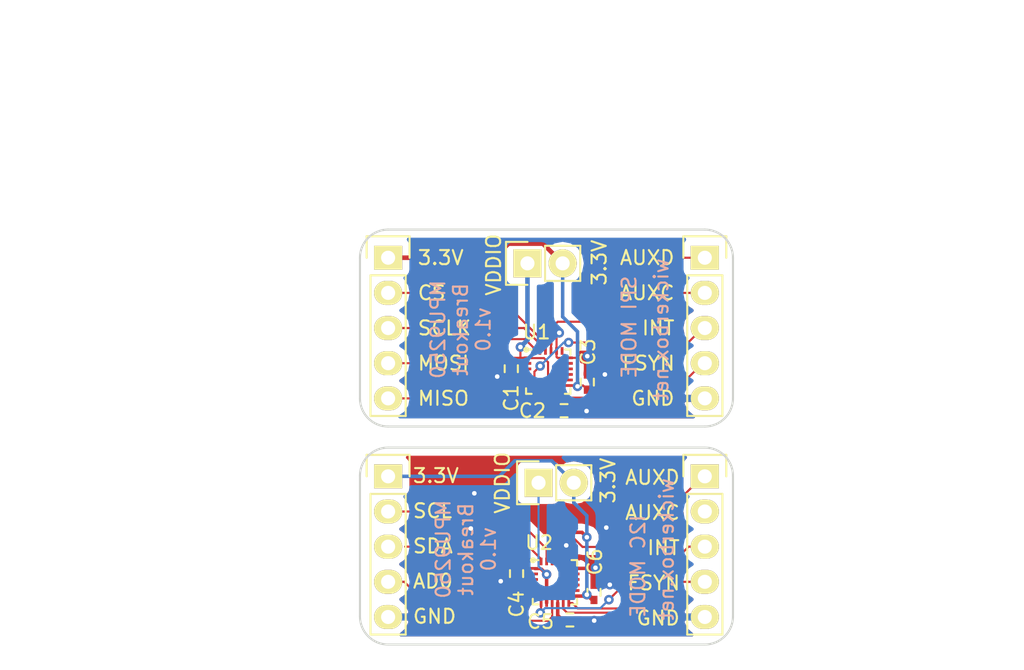
<source format=kicad_pcb>
(kicad_pcb (version 4) (host pcbnew 4.0.4+e1-6308~48~ubuntu16.04.1-stable)

  (general
    (links 48)
    (no_connects 9)
    (area 104.572999 74.854999 178.510001 123.265001)
    (thickness 1.6)
    (drawings 81)
    (tracks 193)
    (zones 0)
    (modules 14)
    (nets 17)
  )

  (page USLetter)
  (title_block
    (title "MPU9250 9-axis IMU Breakout Board")
    (date "01 Jan 2017")
    (rev v1.0)
    (company "CERN Open Hardware License v1.2")
    (comment 1 jenner@wickerbox.net)
    (comment 2 http://wickerbox.net)
    (comment 3 "Wickerbox Electronics")
  )

  (layers
    (0 F.Cu signal)
    (31 B.Cu signal)
    (34 B.Paste user)
    (35 F.Paste user)
    (36 B.SilkS user)
    (37 F.SilkS user)
    (38 B.Mask user)
    (39 F.Mask user)
    (44 Edge.Cuts user)
    (46 B.CrtYd user)
    (47 F.CrtYd user)
    (48 B.Fab user)
    (49 F.Fab user)
  )

  (setup
    (last_trace_width 0.254)
    (user_trace_width 0.1524)
    (user_trace_width 0.254)
    (user_trace_width 0.3302)
    (user_trace_width 0.508)
    (user_trace_width 0.762)
    (user_trace_width 1.27)
    (trace_clearance 0.1524)
    (zone_clearance 0.508)
    (zone_45_only no)
    (trace_min 0.1524)
    (segment_width 0.1524)
    (edge_width 0.1524)
    (via_size 0.6858)
    (via_drill 0.3302)
    (via_min_size 0.6858)
    (via_min_drill 0.3302)
    (user_via 0.6858 0.3302)
    (user_via 0.762 0.4064)
    (user_via 0.8636 0.508)
    (uvia_size 0.6858)
    (uvia_drill 0.3302)
    (uvias_allowed no)
    (uvia_min_size 0)
    (uvia_min_drill 0)
    (pcb_text_width 0.1524)
    (pcb_text_size 1.016 1.016)
    (mod_edge_width 0.1524)
    (mod_text_size 1.016 1.016)
    (mod_text_width 0.1524)
    (pad_size 1.524 1.524)
    (pad_drill 0.762)
    (pad_to_mask_clearance 0.0508)
    (solder_mask_min_width 0.1016)
    (pad_to_paste_clearance -0.0762)
    (aux_axis_origin 0 0)
    (visible_elements FFFEDF7D)
    (pcbplotparams
      (layerselection 0x310fc_80000001)
      (usegerberextensions true)
      (excludeedgelayer true)
      (linewidth 0.100000)
      (plotframeref false)
      (viasonmask false)
      (mode 1)
      (useauxorigin false)
      (hpglpennumber 1)
      (hpglpenspeed 20)
      (hpglpendiameter 15)
      (hpglpenoverlay 2)
      (psnegative false)
      (psa4output false)
      (plotreference true)
      (plotvalue true)
      (plotinvisibletext false)
      (padsonsilk false)
      (subtractmaskfromsilk false)
      (outputformat 1)
      (mirror false)
      (drillshape 0)
      (scaleselection 1)
      (outputdirectory gerbers))
  )

  (net 0 "")
  (net 1 +3V3)
  (net 2 /AUX_SCL)
  (net 3 /MISO)
  (net 4 /FSYNC)
  (net 5 /INT)
  (net 6 GND)
  (net 7 /AUX_SDA)
  (net 8 /CS)
  (net 9 /SCLK)
  (net 10 /MOSI)
  (net 11 /REGOUT)
  (net 12 "Net-(C1-Pad1)")
  (net 13 "Net-(C4-Pad1)")
  (net 14 /SCL)
  (net 15 /SDA)
  (net 16 /AD0)

  (net_class Default "This is the default net class."
    (clearance 0.1524)
    (trace_width 0.254)
    (via_dia 0.6858)
    (via_drill 0.3302)
    (uvia_dia 0.6858)
    (uvia_drill 0.3302)
    (add_net +3V3)
    (add_net /AD0)
    (add_net /AUX_SCL)
    (add_net /AUX_SDA)
    (add_net /CS)
    (add_net /FSYNC)
    (add_net /INT)
    (add_net /MISO)
    (add_net /MOSI)
    (add_net /REGOUT)
    (add_net /SCL)
    (add_net /SCLK)
    (add_net /SDA)
    (add_net GND)
    (add_net "Net-(C1-Pad1)")
    (add_net "Net-(C4-Pad1)")
  )

  (module Wickerlib:QFN-24_3x3MM_P0.4MM (layer F.Cu) (tedit 586AB3B2) (tstamp 586B9706)
    (at 144.629 116.913)
    (descr "24-Lead Plastic QFN (3mm x 3mm); Pitch 0.4mm")
    (tags "QFN 0.4")
    (path /586CA17A)
    (attr smd)
    (fp_text reference U2 (at -0.0635 0.0635) (layer F.Fab)
      (effects (font (size 1 1) (thickness 0.15)))
    )
    (fp_text value MPU9250 (at 0 3.25) (layer F.Fab) hide
      (effects (font (size 1 1) (thickness 0.15)))
    )
    (fp_text user %R (at -1.143 -2.8575) (layer F.SilkS)
      (effects (font (size 1 1) (thickness 0.15)))
    )
    (fp_circle (center -1.5875 -1.5875) (end -1.524 -1.5875) (layer F.SilkS) (width 0.1524))
    (fp_line (start -0.5 -1.5) (end 1.5 -1.5) (layer F.Fab) (width 0.15))
    (fp_line (start 1.5 -1.5) (end 1.5 1.5) (layer F.Fab) (width 0.15))
    (fp_line (start 1.5 1.5) (end -1.5 1.5) (layer F.Fab) (width 0.15))
    (fp_line (start -1.5 1.5) (end -1.5 -0.5) (layer F.Fab) (width 0.15))
    (fp_line (start -1.5 -0.5) (end -0.5 -1.5) (layer F.Fab) (width 0.15))
    (fp_line (start 2.025 -2.025) (end 2.025 2.025) (layer F.CrtYd) (width 0.05))
    (fp_line (start 2.025 2.025) (end -2.025 2.025) (layer F.CrtYd) (width 0.05))
    (fp_line (start -2.025 2.025) (end -2.025 -2.025) (layer F.CrtYd) (width 0.05))
    (fp_line (start -2.025 -2.025) (end 2.025 -2.025) (layer F.CrtYd) (width 0.05))
    (fp_line (start -1.6 1.6) (end -1.6 1.2) (layer F.SilkS) (width 0.15))
    (fp_line (start -1.6 1.6) (end -1.2 1.6) (layer F.SilkS) (width 0.15))
    (fp_line (start 1.6 1.6) (end 1.6 1.2) (layer F.SilkS) (width 0.15))
    (fp_line (start 1.6 1.6) (end 1.2 1.6) (layer F.SilkS) (width 0.15))
    (fp_line (start 1.6 -1.6) (end 1.6 -1.2) (layer F.SilkS) (width 0.15))
    (fp_line (start 1.6 -1.6) (end 1.2 -1.6) (layer F.SilkS) (width 0.15))
    (fp_line (start -1.6 -1.6) (end -1.2 -1.6) (layer F.SilkS) (width 0.15))
    (pad 1 smd rect (at -1.5 -1) (size 0.55 0.2) (layers F.Cu F.Paste F.Mask)
      (net 13 "Net-(C4-Pad1)"))
    (pad 2 smd rect (at -1.5 -0.6) (size 0.55 0.2) (layers F.Cu F.Paste F.Mask))
    (pad 3 smd rect (at -1.5 -0.2) (size 0.55 0.2) (layers F.Cu F.Paste F.Mask))
    (pad 4 smd rect (at -1.5 0.2) (size 0.55 0.2) (layers F.Cu F.Paste F.Mask))
    (pad 5 smd rect (at -1.5 0.6) (size 0.55 0.2) (layers F.Cu F.Paste F.Mask))
    (pad 6 smd rect (at -1.5 1) (size 0.55 0.2) (layers F.Cu F.Paste F.Mask))
    (pad 7 smd rect (at -1 1.5 90) (size 0.55 0.2) (layers F.Cu F.Paste F.Mask)
      (net 2 /AUX_SCL))
    (pad 8 smd rect (at -0.6 1.5 90) (size 0.55 0.2) (layers F.Cu F.Paste F.Mask)
      (net 13 "Net-(C4-Pad1)"))
    (pad 9 smd rect (at -0.2 1.5 90) (size 0.55 0.2) (layers F.Cu F.Paste F.Mask)
      (net 16 /AD0))
    (pad 10 smd rect (at 0.2 1.5 90) (size 0.55 0.2) (layers F.Cu F.Paste F.Mask)
      (net 11 /REGOUT))
    (pad 11 smd rect (at 0.6 1.5 90) (size 0.55 0.2) (layers F.Cu F.Paste F.Mask)
      (net 4 /FSYNC))
    (pad 12 smd rect (at 1 1.5 90) (size 0.55 0.2) (layers F.Cu F.Paste F.Mask)
      (net 5 /INT))
    (pad 13 smd rect (at 1.5 1) (size 0.55 0.2) (layers F.Cu F.Paste F.Mask)
      (net 1 +3V3))
    (pad 14 smd rect (at 1.5 0.6) (size 0.55 0.2) (layers F.Cu F.Paste F.Mask))
    (pad 15 smd rect (at 1.5 0.2) (size 0.55 0.2) (layers F.Cu F.Paste F.Mask))
    (pad 16 smd rect (at 1.5 -0.2) (size 0.55 0.2) (layers F.Cu F.Paste F.Mask))
    (pad 17 smd rect (at 1.5 -0.6) (size 0.55 0.2) (layers F.Cu F.Paste F.Mask))
    (pad 18 smd rect (at 1.5 -1) (size 0.55 0.2) (layers F.Cu F.Paste F.Mask)
      (net 6 GND))
    (pad 19 smd rect (at 1 -1.5 90) (size 0.55 0.2) (layers F.Cu F.Paste F.Mask))
    (pad 20 smd rect (at 0.6 -1.5 90) (size 0.55 0.2) (layers F.Cu F.Paste F.Mask)
      (net 6 GND))
    (pad 21 smd rect (at 0.2 -1.5 90) (size 0.55 0.2) (layers F.Cu F.Paste F.Mask)
      (net 7 /AUX_SDA))
    (pad 22 smd rect (at -0.2 -1.5 90) (size 0.55 0.2) (layers F.Cu F.Paste F.Mask)
      (net 1 +3V3))
    (pad 23 smd rect (at -0.6 -1.5 90) (size 0.55 0.2) (layers F.Cu F.Paste F.Mask)
      (net 14 /SCL))
    (pad 24 smd rect (at -1 -1.5 90) (size 0.55 0.2) (layers F.Cu F.Paste F.Mask)
      (net 15 /SDA))
  )

  (module Wickerlib:RLC-0402-SMD (layer F.Cu) (tedit 57903837) (tstamp 586ADDD3)
    (at 141.478 101.4896 270)
    (descr "Capacitor SMD RLC-0402-SMD, reflow soldering, AVX (see smccp.pdf)")
    (tags "capacitor RLC-0402-SMD")
    (path /586B43A6)
    (attr smd)
    (fp_text reference C1 (at 0 0 270) (layer F.Fab)
      (effects (font (size 0.8 0.8) (thickness 0.15)))
    )
    (fp_text value 10nF (at 0 1.7 270) (layer F.Fab) hide
      (effects (font (size 1 1) (thickness 0.15)))
    )
    (fp_text user %R (at 2.117 0 270) (layer F.SilkS)
      (effects (font (size 1 1) (thickness 0.15)))
    )
    (fp_line (start -1.15 -0.6) (end 1.15 -0.6) (layer F.CrtYd) (width 0.05))
    (fp_line (start -1.15 0.6) (end 1.15 0.6) (layer F.CrtYd) (width 0.05))
    (fp_line (start -1.15 -0.6) (end -1.15 0.6) (layer F.CrtYd) (width 0.05))
    (fp_line (start 1.15 -0.6) (end 1.15 0.6) (layer F.CrtYd) (width 0.05))
    (fp_line (start 0.25 -0.475) (end -0.25 -0.475) (layer F.SilkS) (width 0.15))
    (fp_line (start -0.25 0.475) (end 0.25 0.475) (layer F.SilkS) (width 0.15))
    (fp_line (start -1.15 -0.6) (end -1.15 0.6) (layer F.Fab) (width 0.05))
    (fp_line (start -1.15 -0.6) (end 1.15 -0.6) (layer F.Fab) (width 0.05))
    (fp_line (start 1.15 -0.6) (end 1.15 0.6) (layer F.Fab) (width 0.05))
    (fp_line (start -1.15 0.6) (end 1.15 0.6) (layer F.Fab) (width 0.05))
    (pad 1 smd rect (at -0.55 0 270) (size 0.6 0.5) (layers F.Cu F.Paste F.Mask)
      (net 12 "Net-(C1-Pad1)"))
    (pad 2 smd rect (at 0.55 0 270) (size 0.6 0.5) (layers F.Cu F.Paste F.Mask)
      (net 6 GND))
  )

  (module Wickerlib:RLC-0402-SMD (layer F.Cu) (tedit 57903837) (tstamp 586ADDE4)
    (at 145.288 104.521)
    (descr "Capacitor SMD RLC-0402-SMD, reflow soldering, AVX (see smccp.pdf)")
    (tags "capacitor RLC-0402-SMD")
    (path /586B8A0B)
    (attr smd)
    (fp_text reference C2 (at 0 0) (layer F.Fab)
      (effects (font (size 0.8 0.8) (thickness 0.15)))
    )
    (fp_text value 100nF (at 0 1.7) (layer F.Fab) hide
      (effects (font (size 1 1) (thickness 0.15)))
    )
    (fp_text user %R (at -2.286 0) (layer F.SilkS)
      (effects (font (size 1 1) (thickness 0.15)))
    )
    (fp_line (start -1.15 -0.6) (end 1.15 -0.6) (layer F.CrtYd) (width 0.05))
    (fp_line (start -1.15 0.6) (end 1.15 0.6) (layer F.CrtYd) (width 0.05))
    (fp_line (start -1.15 -0.6) (end -1.15 0.6) (layer F.CrtYd) (width 0.05))
    (fp_line (start 1.15 -0.6) (end 1.15 0.6) (layer F.CrtYd) (width 0.05))
    (fp_line (start 0.25 -0.475) (end -0.25 -0.475) (layer F.SilkS) (width 0.15))
    (fp_line (start -0.25 0.475) (end 0.25 0.475) (layer F.SilkS) (width 0.15))
    (fp_line (start -1.15 -0.6) (end -1.15 0.6) (layer F.Fab) (width 0.05))
    (fp_line (start -1.15 -0.6) (end 1.15 -0.6) (layer F.Fab) (width 0.05))
    (fp_line (start 1.15 -0.6) (end 1.15 0.6) (layer F.Fab) (width 0.05))
    (fp_line (start -1.15 0.6) (end 1.15 0.6) (layer F.Fab) (width 0.05))
    (pad 1 smd rect (at -0.55 0) (size 0.6 0.5) (layers F.Cu F.Paste F.Mask)
      (net 11 /REGOUT))
    (pad 2 smd rect (at 0.55 0) (size 0.6 0.5) (layers F.Cu F.Paste F.Mask)
      (net 6 GND))
  )

  (module Wickerlib:RLC-0402-SMD (layer F.Cu) (tedit 57903837) (tstamp 586ADDF5)
    (at 146.9644 102.4548 90)
    (descr "Capacitor SMD RLC-0402-SMD, reflow soldering, AVX (see smccp.pdf)")
    (tags "capacitor RLC-0402-SMD")
    (path /586B4418)
    (attr smd)
    (fp_text reference C3 (at 0 0 90) (layer F.Fab)
      (effects (font (size 0.8 0.8) (thickness 0.15)))
    )
    (fp_text value 100nF (at 0 1.7 90) (layer F.Fab) hide
      (effects (font (size 1 1) (thickness 0.15)))
    )
    (fp_text user %R (at 2.1756 0.0508 90) (layer F.SilkS)
      (effects (font (size 1 1) (thickness 0.15)))
    )
    (fp_line (start -1.15 -0.6) (end 1.15 -0.6) (layer F.CrtYd) (width 0.05))
    (fp_line (start -1.15 0.6) (end 1.15 0.6) (layer F.CrtYd) (width 0.05))
    (fp_line (start -1.15 -0.6) (end -1.15 0.6) (layer F.CrtYd) (width 0.05))
    (fp_line (start 1.15 -0.6) (end 1.15 0.6) (layer F.CrtYd) (width 0.05))
    (fp_line (start 0.25 -0.475) (end -0.25 -0.475) (layer F.SilkS) (width 0.15))
    (fp_line (start -0.25 0.475) (end 0.25 0.475) (layer F.SilkS) (width 0.15))
    (fp_line (start -1.15 -0.6) (end -1.15 0.6) (layer F.Fab) (width 0.05))
    (fp_line (start -1.15 -0.6) (end 1.15 -0.6) (layer F.Fab) (width 0.05))
    (fp_line (start 1.15 -0.6) (end 1.15 0.6) (layer F.Fab) (width 0.05))
    (fp_line (start -1.15 0.6) (end 1.15 0.6) (layer F.Fab) (width 0.05))
    (pad 1 smd rect (at -0.55 0 90) (size 0.6 0.5) (layers F.Cu F.Paste F.Mask)
      (net 1 +3V3))
    (pad 2 smd rect (at 0.55 0 90) (size 0.6 0.5) (layers F.Cu F.Paste F.Mask)
      (net 6 GND))
  )

  (module Wickerlib:CONN-HEADER-STRAIGHT-P2.54MM-1x05 (layer F.Cu) (tedit 586AAF96) (tstamp 586AF6DE)
    (at 132.588 93.472)
    (descr "Through hole pin header")
    (tags "pin header")
    (path /586C244B)
    (fp_text reference J1 (at 0 5.25 90) (layer F.Fab)
      (effects (font (size 2.032 2.032) (thickness 0.254)))
    )
    (fp_text value HEADER (at -3.25 6.5 90) (layer F.Fab) hide
      (effects (font (size 1 1) (thickness 0.15)))
    )
    (fp_line (start 1.75 12) (end 1.75 -1.75) (layer F.Fab) (width 0.0508))
    (fp_line (start -1.75 12) (end 1.75 12) (layer F.Fab) (width 0.0508))
    (fp_line (start -1.75 -1.75) (end -1.75 12) (layer F.Fab) (width 0.0508))
    (fp_line (start 1.75 -1.75) (end -1.75 -1.75) (layer F.Fab) (width 0.0508))
    (fp_text user %R (at 0 -3) (layer F.SilkS) hide
      (effects (font (size 1 1) (thickness 0.15)))
    )
    (fp_line (start -1.55 0) (end -1.55 -1.55) (layer F.SilkS) (width 0.15))
    (fp_line (start -1.55 -1.55) (end 1.55 -1.55) (layer F.SilkS) (width 0.15))
    (fp_line (start 1.55 -1.55) (end 1.55 0) (layer F.SilkS) (width 0.15))
    (fp_line (start -1.75 -1.75) (end -1.75 11.95) (layer F.CrtYd) (width 0.05))
    (fp_line (start 1.75 -1.75) (end 1.75 11.95) (layer F.CrtYd) (width 0.05))
    (fp_line (start -1.75 -1.75) (end 1.75 -1.75) (layer F.CrtYd) (width 0.05))
    (fp_line (start -1.75 11.95) (end 1.75 11.95) (layer F.CrtYd) (width 0.05))
    (fp_line (start 1.27 1.27) (end 1.27 11.43) (layer F.SilkS) (width 0.15))
    (fp_line (start 1.27 11.43) (end -1.27 11.43) (layer F.SilkS) (width 0.15))
    (fp_line (start -1.27 11.43) (end -1.27 1.27) (layer F.SilkS) (width 0.15))
    (fp_line (start 1.27 1.27) (end -1.27 1.27) (layer F.SilkS) (width 0.15))
    (pad 1 thru_hole rect (at 0 0) (size 2.032 1.7272) (drill 1.016) (layers *.Cu *.Mask F.SilkS)
      (net 1 +3V3))
    (pad 2 thru_hole oval (at 0 2.54) (size 2.032 1.7272) (drill 1.016) (layers *.Cu *.Mask F.SilkS)
      (net 8 /CS))
    (pad 3 thru_hole oval (at 0 5.08) (size 2.032 1.7272) (drill 1.016) (layers *.Cu *.Mask F.SilkS)
      (net 9 /SCLK))
    (pad 4 thru_hole oval (at 0 7.62) (size 2.032 1.7272) (drill 1.016) (layers *.Cu *.Mask F.SilkS)
      (net 10 /MOSI))
    (pad 5 thru_hole oval (at 0 10.16) (size 2.032 1.7272) (drill 1.016) (layers *.Cu *.Mask F.SilkS)
      (net 3 /MISO))
  )

  (module Wickerlib:CONN-HEADER-STRAIGHT-P2.54MM-1x05 (layer F.Cu) (tedit 586AAF94) (tstamp 586AF6F7)
    (at 155.448 93.472)
    (descr "Through hole pin header")
    (tags "pin header")
    (path /586C24F8)
    (fp_text reference J2 (at 0 5.25 90) (layer F.Fab)
      (effects (font (size 2.032 2.032) (thickness 0.254)))
    )
    (fp_text value HEADER (at -3.25 6.5 90) (layer F.Fab) hide
      (effects (font (size 1 1) (thickness 0.15)))
    )
    (fp_line (start 1.75 12) (end 1.75 -1.75) (layer F.Fab) (width 0.0508))
    (fp_line (start -1.75 12) (end 1.75 12) (layer F.Fab) (width 0.0508))
    (fp_line (start -1.75 -1.75) (end -1.75 12) (layer F.Fab) (width 0.0508))
    (fp_line (start 1.75 -1.75) (end -1.75 -1.75) (layer F.Fab) (width 0.0508))
    (fp_text user %R (at 0 -3) (layer F.SilkS) hide
      (effects (font (size 1 1) (thickness 0.15)))
    )
    (fp_line (start -1.55 0) (end -1.55 -1.55) (layer F.SilkS) (width 0.15))
    (fp_line (start -1.55 -1.55) (end 1.55 -1.55) (layer F.SilkS) (width 0.15))
    (fp_line (start 1.55 -1.55) (end 1.55 0) (layer F.SilkS) (width 0.15))
    (fp_line (start -1.75 -1.75) (end -1.75 11.95) (layer F.CrtYd) (width 0.05))
    (fp_line (start 1.75 -1.75) (end 1.75 11.95) (layer F.CrtYd) (width 0.05))
    (fp_line (start -1.75 -1.75) (end 1.75 -1.75) (layer F.CrtYd) (width 0.05))
    (fp_line (start -1.75 11.95) (end 1.75 11.95) (layer F.CrtYd) (width 0.05))
    (fp_line (start 1.27 1.27) (end 1.27 11.43) (layer F.SilkS) (width 0.15))
    (fp_line (start 1.27 11.43) (end -1.27 11.43) (layer F.SilkS) (width 0.15))
    (fp_line (start -1.27 11.43) (end -1.27 1.27) (layer F.SilkS) (width 0.15))
    (fp_line (start 1.27 1.27) (end -1.27 1.27) (layer F.SilkS) (width 0.15))
    (pad 1 thru_hole rect (at 0 0) (size 2.032 1.7272) (drill 1.016) (layers *.Cu *.Mask F.SilkS)
      (net 7 /AUX_SDA))
    (pad 2 thru_hole oval (at 0 2.54) (size 2.032 1.7272) (drill 1.016) (layers *.Cu *.Mask F.SilkS)
      (net 2 /AUX_SCL))
    (pad 3 thru_hole oval (at 0 5.08) (size 2.032 1.7272) (drill 1.016) (layers *.Cu *.Mask F.SilkS)
      (net 5 /INT))
    (pad 4 thru_hole oval (at 0 7.62) (size 2.032 1.7272) (drill 1.016) (layers *.Cu *.Mask F.SilkS)
      (net 4 /FSYNC))
    (pad 5 thru_hole oval (at 0 10.16) (size 2.032 1.7272) (drill 1.016) (layers *.Cu *.Mask F.SilkS)
      (net 6 GND))
  )

  (module Wickerlib:CONN-HEADER-STRAIGHT-P2.54MM-1x02 (layer F.Cu) (tedit 586AB1E3) (tstamp 586B7447)
    (at 142.6464 93.8784 90)
    (descr "Through hole pin header")
    (tags "pin header")
    (path /586AA850)
    (fp_text reference JP1 (at 0 1.25 180) (layer F.Fab)
      (effects (font (size 1.016 1.016) (thickness 0.1524)))
    )
    (fp_text value JUMP (at 0 -3.1 90) (layer F.Fab) hide
      (effects (font (size 1 1) (thickness 0.15)))
    )
    (fp_line (start 1.75 4.25) (end 1.75 -1.75) (layer F.Fab) (width 0.05))
    (fp_line (start 1.75 4.25) (end -1.75 4.25) (layer F.Fab) (width 0.05))
    (fp_line (start -1.75 -1.75) (end -1.75 4.25) (layer F.Fab) (width 0.05))
    (fp_line (start 1.75 -1.75) (end -1.75 -1.75) (layer F.Fab) (width 0.05))
    (fp_text user %R (at -2.413 1.016 180) (layer F.SilkS) hide
      (effects (font (size 1 1) (thickness 0.15)))
    )
    (fp_line (start 1.27 1.27) (end 1.27 3.81) (layer F.SilkS) (width 0.15))
    (fp_line (start 1.55 -1.55) (end 1.55 0) (layer F.SilkS) (width 0.15))
    (fp_line (start -1.75 -1.75) (end -1.75 4.3) (layer F.CrtYd) (width 0.05))
    (fp_line (start 1.75 -1.75) (end 1.75 4.3) (layer F.CrtYd) (width 0.05))
    (fp_line (start -1.75 -1.75) (end 1.75 -1.75) (layer F.CrtYd) (width 0.05))
    (fp_line (start -1.75 4.3) (end 1.75 4.3) (layer F.CrtYd) (width 0.05))
    (fp_line (start 1.27 1.27) (end -1.27 1.27) (layer F.SilkS) (width 0.15))
    (fp_line (start -1.55 0) (end -1.55 -1.55) (layer F.SilkS) (width 0.15))
    (fp_line (start -1.55 -1.55) (end 1.55 -1.55) (layer F.SilkS) (width 0.15))
    (fp_line (start -1.27 1.27) (end -1.27 3.81) (layer F.SilkS) (width 0.15))
    (fp_line (start -1.27 3.81) (end 1.27 3.81) (layer F.SilkS) (width 0.15))
    (pad 1 thru_hole rect (at 0 0 90) (size 2.032 2.032) (drill 1.016) (layers *.Cu *.Mask F.SilkS)
      (net 12 "Net-(C1-Pad1)"))
    (pad 2 thru_hole oval (at 0 2.54 90) (size 2.032 2.032) (drill 1.016) (layers *.Cu *.Mask F.SilkS)
      (net 1 +3V3))
  )

  (module Wickerlib:QFN-24_3x3MM_P0.4MM (layer F.Cu) (tedit 586AB3B2) (tstamp 586ADE3B)
    (at 144.145 101.703)
    (descr "24-Lead Plastic QFN (3mm x 3mm); Pitch 0.4mm")
    (tags "QFN 0.4")
    (path /586AA706)
    (attr smd)
    (fp_text reference U1 (at -0.0635 0.0635) (layer F.Fab)
      (effects (font (size 1 1) (thickness 0.15)))
    )
    (fp_text value MPU9250 (at 0 3.25) (layer F.Fab) hide
      (effects (font (size 1 1) (thickness 0.15)))
    )
    (fp_text user %R (at -0.8382 -2.8575) (layer F.SilkS)
      (effects (font (size 1 1) (thickness 0.15)))
    )
    (fp_circle (center -1.5875 -1.5875) (end -1.524 -1.5875) (layer F.SilkS) (width 0.1524))
    (fp_line (start -0.5 -1.5) (end 1.5 -1.5) (layer F.Fab) (width 0.15))
    (fp_line (start 1.5 -1.5) (end 1.5 1.5) (layer F.Fab) (width 0.15))
    (fp_line (start 1.5 1.5) (end -1.5 1.5) (layer F.Fab) (width 0.15))
    (fp_line (start -1.5 1.5) (end -1.5 -0.5) (layer F.Fab) (width 0.15))
    (fp_line (start -1.5 -0.5) (end -0.5 -1.5) (layer F.Fab) (width 0.15))
    (fp_line (start 2.025 -2.025) (end 2.025 2.025) (layer F.CrtYd) (width 0.05))
    (fp_line (start 2.025 2.025) (end -2.025 2.025) (layer F.CrtYd) (width 0.05))
    (fp_line (start -2.025 2.025) (end -2.025 -2.025) (layer F.CrtYd) (width 0.05))
    (fp_line (start -2.025 -2.025) (end 2.025 -2.025) (layer F.CrtYd) (width 0.05))
    (fp_line (start -1.6 1.6) (end -1.6 1.2) (layer F.SilkS) (width 0.15))
    (fp_line (start -1.6 1.6) (end -1.2 1.6) (layer F.SilkS) (width 0.15))
    (fp_line (start 1.6 1.6) (end 1.6 1.2) (layer F.SilkS) (width 0.15))
    (fp_line (start 1.6 1.6) (end 1.2 1.6) (layer F.SilkS) (width 0.15))
    (fp_line (start 1.6 -1.6) (end 1.6 -1.2) (layer F.SilkS) (width 0.15))
    (fp_line (start 1.6 -1.6) (end 1.2 -1.6) (layer F.SilkS) (width 0.15))
    (fp_line (start -1.6 -1.6) (end -1.2 -1.6) (layer F.SilkS) (width 0.15))
    (pad 1 smd rect (at -1.5 -1) (size 0.55 0.2) (layers F.Cu F.Paste F.Mask)
      (net 12 "Net-(C1-Pad1)"))
    (pad 2 smd rect (at -1.5 -0.6) (size 0.55 0.2) (layers F.Cu F.Paste F.Mask))
    (pad 3 smd rect (at -1.5 -0.2) (size 0.55 0.2) (layers F.Cu F.Paste F.Mask))
    (pad 4 smd rect (at -1.5 0.2) (size 0.55 0.2) (layers F.Cu F.Paste F.Mask))
    (pad 5 smd rect (at -1.5 0.6) (size 0.55 0.2) (layers F.Cu F.Paste F.Mask))
    (pad 6 smd rect (at -1.5 1) (size 0.55 0.2) (layers F.Cu F.Paste F.Mask))
    (pad 7 smd rect (at -1 1.5 90) (size 0.55 0.2) (layers F.Cu F.Paste F.Mask)
      (net 2 /AUX_SCL))
    (pad 8 smd rect (at -0.6 1.5 90) (size 0.55 0.2) (layers F.Cu F.Paste F.Mask)
      (net 12 "Net-(C1-Pad1)"))
    (pad 9 smd rect (at -0.2 1.5 90) (size 0.55 0.2) (layers F.Cu F.Paste F.Mask)
      (net 3 /MISO))
    (pad 10 smd rect (at 0.2 1.5 90) (size 0.55 0.2) (layers F.Cu F.Paste F.Mask)
      (net 11 /REGOUT))
    (pad 11 smd rect (at 0.6 1.5 90) (size 0.55 0.2) (layers F.Cu F.Paste F.Mask)
      (net 4 /FSYNC))
    (pad 12 smd rect (at 1 1.5 90) (size 0.55 0.2) (layers F.Cu F.Paste F.Mask)
      (net 5 /INT))
    (pad 13 smd rect (at 1.5 1) (size 0.55 0.2) (layers F.Cu F.Paste F.Mask)
      (net 1 +3V3))
    (pad 14 smd rect (at 1.5 0.6) (size 0.55 0.2) (layers F.Cu F.Paste F.Mask))
    (pad 15 smd rect (at 1.5 0.2) (size 0.55 0.2) (layers F.Cu F.Paste F.Mask))
    (pad 16 smd rect (at 1.5 -0.2) (size 0.55 0.2) (layers F.Cu F.Paste F.Mask))
    (pad 17 smd rect (at 1.5 -0.6) (size 0.55 0.2) (layers F.Cu F.Paste F.Mask))
    (pad 18 smd rect (at 1.5 -1) (size 0.55 0.2) (layers F.Cu F.Paste F.Mask)
      (net 6 GND))
    (pad 19 smd rect (at 1 -1.5 90) (size 0.55 0.2) (layers F.Cu F.Paste F.Mask))
    (pad 20 smd rect (at 0.6 -1.5 90) (size 0.55 0.2) (layers F.Cu F.Paste F.Mask)
      (net 6 GND))
    (pad 21 smd rect (at 0.2 -1.5 90) (size 0.55 0.2) (layers F.Cu F.Paste F.Mask)
      (net 7 /AUX_SDA))
    (pad 22 smd rect (at -0.2 -1.5 90) (size 0.55 0.2) (layers F.Cu F.Paste F.Mask)
      (net 8 /CS))
    (pad 23 smd rect (at -0.6 -1.5 90) (size 0.55 0.2) (layers F.Cu F.Paste F.Mask)
      (net 9 /SCLK))
    (pad 24 smd rect (at -1 -1.5 90) (size 0.55 0.2) (layers F.Cu F.Paste F.Mask)
      (net 10 /MOSI))
  )

  (module Wickerlib:RLC-0402-SMD (layer F.Cu) (tedit 57903837) (tstamp 586B966E)
    (at 141.859 116.29 270)
    (descr "Capacitor SMD RLC-0402-SMD, reflow soldering, AVX (see smccp.pdf)")
    (tags "capacitor RLC-0402-SMD")
    (path /586CA1CA)
    (attr smd)
    (fp_text reference C4 (at 0 0 270) (layer F.Fab)
      (effects (font (size 0.8 0.8) (thickness 0.15)))
    )
    (fp_text value 10nF (at 0 1.7 270) (layer F.Fab) hide
      (effects (font (size 1 1) (thickness 0.15)))
    )
    (fp_text user %R (at 2.201 0 270) (layer F.SilkS)
      (effects (font (size 1 1) (thickness 0.15)))
    )
    (fp_line (start -1.15 -0.6) (end 1.15 -0.6) (layer F.CrtYd) (width 0.05))
    (fp_line (start -1.15 0.6) (end 1.15 0.6) (layer F.CrtYd) (width 0.05))
    (fp_line (start -1.15 -0.6) (end -1.15 0.6) (layer F.CrtYd) (width 0.05))
    (fp_line (start 1.15 -0.6) (end 1.15 0.6) (layer F.CrtYd) (width 0.05))
    (fp_line (start 0.25 -0.475) (end -0.25 -0.475) (layer F.SilkS) (width 0.15))
    (fp_line (start -0.25 0.475) (end 0.25 0.475) (layer F.SilkS) (width 0.15))
    (fp_line (start -1.15 -0.6) (end -1.15 0.6) (layer F.Fab) (width 0.05))
    (fp_line (start -1.15 -0.6) (end 1.15 -0.6) (layer F.Fab) (width 0.05))
    (fp_line (start 1.15 -0.6) (end 1.15 0.6) (layer F.Fab) (width 0.05))
    (fp_line (start -1.15 0.6) (end 1.15 0.6) (layer F.Fab) (width 0.05))
    (pad 1 smd rect (at -0.55 0 270) (size 0.6 0.5) (layers F.Cu F.Paste F.Mask)
      (net 13 "Net-(C4-Pad1)"))
    (pad 2 smd rect (at 0.55 0 270) (size 0.6 0.5) (layers F.Cu F.Paste F.Mask)
      (net 6 GND))
  )

  (module Wickerlib:RLC-0402-SMD (layer F.Cu) (tedit 57903837) (tstamp 586B967F)
    (at 145.711 119.634)
    (descr "Capacitor SMD RLC-0402-SMD, reflow soldering, AVX (see smccp.pdf)")
    (tags "capacitor RLC-0402-SMD")
    (path /586CA1E0)
    (attr smd)
    (fp_text reference C5 (at 0 0) (layer F.Fab)
      (effects (font (size 0.8 0.8) (thickness 0.15)))
    )
    (fp_text value 100nF (at 0 1.7) (layer F.Fab) hide
      (effects (font (size 1 1) (thickness 0.15)))
    )
    (fp_text user %R (at -2.117 0.127) (layer F.SilkS)
      (effects (font (size 1 1) (thickness 0.15)))
    )
    (fp_line (start -1.15 -0.6) (end 1.15 -0.6) (layer F.CrtYd) (width 0.05))
    (fp_line (start -1.15 0.6) (end 1.15 0.6) (layer F.CrtYd) (width 0.05))
    (fp_line (start -1.15 -0.6) (end -1.15 0.6) (layer F.CrtYd) (width 0.05))
    (fp_line (start 1.15 -0.6) (end 1.15 0.6) (layer F.CrtYd) (width 0.05))
    (fp_line (start 0.25 -0.475) (end -0.25 -0.475) (layer F.SilkS) (width 0.15))
    (fp_line (start -0.25 0.475) (end 0.25 0.475) (layer F.SilkS) (width 0.15))
    (fp_line (start -1.15 -0.6) (end -1.15 0.6) (layer F.Fab) (width 0.05))
    (fp_line (start -1.15 -0.6) (end 1.15 -0.6) (layer F.Fab) (width 0.05))
    (fp_line (start 1.15 -0.6) (end 1.15 0.6) (layer F.Fab) (width 0.05))
    (fp_line (start -1.15 0.6) (end 1.15 0.6) (layer F.Fab) (width 0.05))
    (pad 1 smd rect (at -0.55 0) (size 0.6 0.5) (layers F.Cu F.Paste F.Mask)
      (net 11 /REGOUT))
    (pad 2 smd rect (at 0.55 0) (size 0.6 0.5) (layers F.Cu F.Paste F.Mask)
      (net 6 GND))
  )

  (module Wickerlib:RLC-0402-SMD (layer F.Cu) (tedit 57903837) (tstamp 586B9690)
    (at 147.447 117.644 90)
    (descr "Capacitor SMD RLC-0402-SMD, reflow soldering, AVX (see smccp.pdf)")
    (tags "capacitor RLC-0402-SMD")
    (path /586CA1D5)
    (attr smd)
    (fp_text reference C6 (at 0 0 90) (layer F.Fab)
      (effects (font (size 0.8 0.8) (thickness 0.15)))
    )
    (fp_text value 100nF (at 0 1.7 90) (layer F.Fab) hide
      (effects (font (size 1 1) (thickness 0.15)))
    )
    (fp_text user %R (at 2.201 0.0635 90) (layer F.SilkS)
      (effects (font (size 1 1) (thickness 0.15)))
    )
    (fp_line (start -1.15 -0.6) (end 1.15 -0.6) (layer F.CrtYd) (width 0.05))
    (fp_line (start -1.15 0.6) (end 1.15 0.6) (layer F.CrtYd) (width 0.05))
    (fp_line (start -1.15 -0.6) (end -1.15 0.6) (layer F.CrtYd) (width 0.05))
    (fp_line (start 1.15 -0.6) (end 1.15 0.6) (layer F.CrtYd) (width 0.05))
    (fp_line (start 0.25 -0.475) (end -0.25 -0.475) (layer F.SilkS) (width 0.15))
    (fp_line (start -0.25 0.475) (end 0.25 0.475) (layer F.SilkS) (width 0.15))
    (fp_line (start -1.15 -0.6) (end -1.15 0.6) (layer F.Fab) (width 0.05))
    (fp_line (start -1.15 -0.6) (end 1.15 -0.6) (layer F.Fab) (width 0.05))
    (fp_line (start 1.15 -0.6) (end 1.15 0.6) (layer F.Fab) (width 0.05))
    (fp_line (start -1.15 0.6) (end 1.15 0.6) (layer F.Fab) (width 0.05))
    (pad 1 smd rect (at -0.55 0 90) (size 0.6 0.5) (layers F.Cu F.Paste F.Mask)
      (net 1 +3V3))
    (pad 2 smd rect (at 0.55 0 90) (size 0.6 0.5) (layers F.Cu F.Paste F.Mask)
      (net 6 GND))
  )

  (module Wickerlib:CONN-HEADER-STRAIGHT-P2.54MM-1x05 (layer F.Cu) (tedit 586AB8AB) (tstamp 586B96A9)
    (at 155.448 109.263201)
    (descr "Through hole pin header")
    (tags "pin header")
    (path /586CA214)
    (fp_text reference J3 (at 0 5.25 90) (layer F.Fab)
      (effects (font (size 2.032 2.032) (thickness 0.254)))
    )
    (fp_text value HEADER (at -3.25 6.5 90) (layer F.Fab) hide
      (effects (font (size 1 1) (thickness 0.15)))
    )
    (fp_line (start 1.75 12) (end 1.75 -1.75) (layer F.Fab) (width 0.0508))
    (fp_line (start -1.75 12) (end 1.75 12) (layer F.Fab) (width 0.0508))
    (fp_line (start -1.75 -1.75) (end -1.75 12) (layer F.Fab) (width 0.0508))
    (fp_line (start 1.75 -1.75) (end -1.75 -1.75) (layer F.Fab) (width 0.0508))
    (fp_text user %R (at 0 -3) (layer F.SilkS) hide
      (effects (font (size 1 1) (thickness 0.15)))
    )
    (fp_line (start -1.55 0) (end -1.55 -1.55) (layer F.SilkS) (width 0.15))
    (fp_line (start -1.55 -1.55) (end 1.55 -1.55) (layer F.SilkS) (width 0.15))
    (fp_line (start 1.55 -1.55) (end 1.55 0) (layer F.SilkS) (width 0.15))
    (fp_line (start -1.75 -1.75) (end -1.75 11.95) (layer F.CrtYd) (width 0.05))
    (fp_line (start 1.75 -1.75) (end 1.75 11.95) (layer F.CrtYd) (width 0.05))
    (fp_line (start -1.75 -1.75) (end 1.75 -1.75) (layer F.CrtYd) (width 0.05))
    (fp_line (start -1.75 11.95) (end 1.75 11.95) (layer F.CrtYd) (width 0.05))
    (fp_line (start 1.27 1.27) (end 1.27 11.43) (layer F.SilkS) (width 0.15))
    (fp_line (start 1.27 11.43) (end -1.27 11.43) (layer F.SilkS) (width 0.15))
    (fp_line (start -1.27 11.43) (end -1.27 1.27) (layer F.SilkS) (width 0.15))
    (fp_line (start 1.27 1.27) (end -1.27 1.27) (layer F.SilkS) (width 0.15))
    (pad 1 thru_hole rect (at 0 0) (size 2.032 1.7272) (drill 1.016) (layers *.Cu *.Mask F.SilkS)
      (net 7 /AUX_SDA))
    (pad 2 thru_hole oval (at 0 2.54) (size 2.032 1.7272) (drill 1.016) (layers *.Cu *.Mask F.SilkS)
      (net 2 /AUX_SCL))
    (pad 3 thru_hole oval (at 0 5.08) (size 2.032 1.7272) (drill 1.016) (layers *.Cu *.Mask F.SilkS)
      (net 5 /INT))
    (pad 4 thru_hole oval (at 0 7.62) (size 2.032 1.7272) (drill 1.016) (layers *.Cu *.Mask F.SilkS)
      (net 4 /FSYNC))
    (pad 5 thru_hole oval (at 0 10.16) (size 2.032 1.7272) (drill 1.016) (layers *.Cu *.Mask F.SilkS)
      (net 6 GND))
  )

  (module Wickerlib:CONN-HEADER-STRAIGHT-P2.54MM-1x05 (layer F.Cu) (tedit 586AB8A9) (tstamp 586B96C2)
    (at 132.588 109.263201)
    (descr "Through hole pin header")
    (tags "pin header")
    (path /586CA209)
    (fp_text reference J4 (at 0 5.25 90) (layer F.Fab)
      (effects (font (size 2.032 2.032) (thickness 0.254)))
    )
    (fp_text value HEADER (at -3.25 6.5 90) (layer F.Fab) hide
      (effects (font (size 1 1) (thickness 0.15)))
    )
    (fp_line (start 1.75 12) (end 1.75 -1.75) (layer F.Fab) (width 0.0508))
    (fp_line (start -1.75 12) (end 1.75 12) (layer F.Fab) (width 0.0508))
    (fp_line (start -1.75 -1.75) (end -1.75 12) (layer F.Fab) (width 0.0508))
    (fp_line (start 1.75 -1.75) (end -1.75 -1.75) (layer F.Fab) (width 0.0508))
    (fp_text user %R (at 0 -3) (layer F.SilkS) hide
      (effects (font (size 1 1) (thickness 0.15)))
    )
    (fp_line (start -1.55 0) (end -1.55 -1.55) (layer F.SilkS) (width 0.15))
    (fp_line (start -1.55 -1.55) (end 1.55 -1.55) (layer F.SilkS) (width 0.15))
    (fp_line (start 1.55 -1.55) (end 1.55 0) (layer F.SilkS) (width 0.15))
    (fp_line (start -1.75 -1.75) (end -1.75 11.95) (layer F.CrtYd) (width 0.05))
    (fp_line (start 1.75 -1.75) (end 1.75 11.95) (layer F.CrtYd) (width 0.05))
    (fp_line (start -1.75 -1.75) (end 1.75 -1.75) (layer F.CrtYd) (width 0.05))
    (fp_line (start -1.75 11.95) (end 1.75 11.95) (layer F.CrtYd) (width 0.05))
    (fp_line (start 1.27 1.27) (end 1.27 11.43) (layer F.SilkS) (width 0.15))
    (fp_line (start 1.27 11.43) (end -1.27 11.43) (layer F.SilkS) (width 0.15))
    (fp_line (start -1.27 11.43) (end -1.27 1.27) (layer F.SilkS) (width 0.15))
    (fp_line (start 1.27 1.27) (end -1.27 1.27) (layer F.SilkS) (width 0.15))
    (pad 1 thru_hole rect (at 0 0) (size 2.032 1.7272) (drill 1.016) (layers *.Cu *.Mask F.SilkS)
      (net 1 +3V3))
    (pad 2 thru_hole oval (at 0 2.54) (size 2.032 1.7272) (drill 1.016) (layers *.Cu *.Mask F.SilkS)
      (net 14 /SCL))
    (pad 3 thru_hole oval (at 0 5.08) (size 2.032 1.7272) (drill 1.016) (layers *.Cu *.Mask F.SilkS)
      (net 15 /SDA))
    (pad 4 thru_hole oval (at 0 7.62) (size 2.032 1.7272) (drill 1.016) (layers *.Cu *.Mask F.SilkS)
      (net 16 /AD0))
    (pad 5 thru_hole oval (at 0 10.16) (size 2.032 1.7272) (drill 1.016) (layers *.Cu *.Mask F.SilkS)
      (net 6 GND))
  )

  (module Wickerlib:CONN-HEADER-STRAIGHT-P2.54MM-1x02 (layer F.Cu) (tedit 586AB971) (tstamp 586B96D8)
    (at 143.4465 109.728 90)
    (descr "Through hole pin header")
    (tags "pin header")
    (path /586CA18B)
    (fp_text reference JP2 (at 0 1.25 180) (layer F.Fab)
      (effects (font (size 1.016 1.016) (thickness 0.1524)))
    )
    (fp_text value JUMP (at 0 -3.1 90) (layer F.Fab) hide
      (effects (font (size 1 1) (thickness 0.15)))
    )
    (fp_line (start 1.75 4.25) (end 1.75 -1.75) (layer F.Fab) (width 0.05))
    (fp_line (start 1.75 4.25) (end -1.75 4.25) (layer F.Fab) (width 0.05))
    (fp_line (start -1.75 -1.75) (end -1.75 4.25) (layer F.Fab) (width 0.05))
    (fp_line (start 1.75 -1.75) (end -1.75 -1.75) (layer F.Fab) (width 0.05))
    (fp_text user %R (at -3.048 1.016 180) (layer F.SilkS) hide
      (effects (font (size 1 1) (thickness 0.15)))
    )
    (fp_line (start 1.27 1.27) (end 1.27 3.81) (layer F.SilkS) (width 0.15))
    (fp_line (start 1.55 -1.55) (end 1.55 0) (layer F.SilkS) (width 0.15))
    (fp_line (start -1.75 -1.75) (end -1.75 4.3) (layer F.CrtYd) (width 0.05))
    (fp_line (start 1.75 -1.75) (end 1.75 4.3) (layer F.CrtYd) (width 0.05))
    (fp_line (start -1.75 -1.75) (end 1.75 -1.75) (layer F.CrtYd) (width 0.05))
    (fp_line (start -1.75 4.3) (end 1.75 4.3) (layer F.CrtYd) (width 0.05))
    (fp_line (start 1.27 1.27) (end -1.27 1.27) (layer F.SilkS) (width 0.15))
    (fp_line (start -1.55 0) (end -1.55 -1.55) (layer F.SilkS) (width 0.15))
    (fp_line (start -1.55 -1.55) (end 1.55 -1.55) (layer F.SilkS) (width 0.15))
    (fp_line (start -1.27 1.27) (end -1.27 3.81) (layer F.SilkS) (width 0.15))
    (fp_line (start -1.27 3.81) (end 1.27 3.81) (layer F.SilkS) (width 0.15))
    (pad 1 thru_hole rect (at 0 0 90) (size 2.032 2.032) (drill 1.016) (layers *.Cu *.Mask F.SilkS)
      (net 13 "Net-(C4-Pad1)"))
    (pad 2 thru_hole oval (at 0 2.54 90) (size 2.032 2.032) (drill 1.016) (layers *.Cu *.Mask F.SilkS)
      (net 1 +3V3))
  )

  (gr_text "SPI MODE" (at 151.003 98.679 270) (layer F.Fab)
    (effects (font (size 1.016 1.016) (thickness 0.1524)))
  )
  (gr_text "I2C MODE" (at 150.9395 114.554 270) (layer F.Fab)
    (effects (font (size 1.016 1.016) (thickness 0.1524)))
  )
  (gr_line (start 132.5245 105.664) (end 155.3845 105.664) (layer F.Fab) (width 0.1524) (tstamp 586ABBF4))
  (gr_line (start 157.4165 103.632) (end 157.4165 93.472) (layer F.Fab) (width 0.1524) (tstamp 586ABBF3))
  (gr_arc (start 155.3845 93.472) (end 155.3845 91.44) (angle 90) (layer F.Fab) (width 0.1524) (tstamp 586ABBF2))
  (gr_line (start 155.3845 91.44) (end 132.5245 91.44) (layer F.Fab) (width 0.1524) (tstamp 586ABBF1))
  (gr_arc (start 132.5245 93.472) (end 130.4925 93.472) (angle 90) (layer F.Fab) (width 0.1524) (tstamp 586ABBF0))
  (gr_line (start 130.4925 93.472) (end 130.4925 103.632) (layer F.Fab) (width 0.1524) (tstamp 586ABBEF))
  (gr_arc (start 132.5245 103.632) (end 132.5245 105.664) (angle 90) (layer F.Fab) (width 0.1524) (tstamp 586ABBEE))
  (gr_arc (start 155.3845 103.632) (end 157.4165 103.632) (angle 90) (layer F.Fab) (width 0.1524) (tstamp 586ABBED))
  (gr_arc (start 132.588 119.38) (end 132.588 121.412) (angle 90) (layer F.Fab) (width 0.1524) (tstamp 586ABBC5))
  (gr_line (start 132.588 121.412) (end 155.448 121.412) (layer F.Fab) (width 0.1524) (tstamp 586ABBC4))
  (gr_arc (start 155.448 119.38) (end 157.48 119.38) (angle 90) (layer F.Fab) (width 0.1524) (tstamp 586ABBC3))
  (gr_line (start 157.48 119.38) (end 157.48 109.22) (layer F.Fab) (width 0.1524) (tstamp 586ABBC2))
  (gr_arc (start 155.448 109.22) (end 155.448 107.188) (angle 90) (layer F.Fab) (width 0.1524) (tstamp 586ABBC1))
  (gr_line (start 155.448 107.188) (end 132.588 107.188) (layer F.Fab) (width 0.1524) (tstamp 586ABBC0))
  (gr_arc (start 132.588 109.22) (end 130.556 109.22) (angle 90) (layer F.Fab) (width 0.1524) (tstamp 586ABBBF))
  (gr_line (start 130.556 109.22) (end 130.556 119.38) (layer F.Fab) (width 0.1524) (tstamp 586ABBBE))
  (gr_text "I2C MODE" (at 150.622 115.7605 90) (layer B.SilkS)
    (effects (font (size 1.016 1.016) (thickness 0.1524)) (justify mirror))
  )
  (gr_text "SPI MODE" (at 149.987 98.4885 90) (layer B.SilkS)
    (effects (font (size 1.016 1.016) (thickness 0.1524)) (justify mirror))
  )
  (gr_text 3.3V (at 148.463 109.5756 90) (layer F.SilkS) (tstamp 586B9A08)
    (effects (font (size 1.016 1.016) (thickness 0.1524)))
  )
  (gr_text VDDIO (at 140.843 109.728 90) (layer F.SilkS) (tstamp 586B9A07)
    (effects (font (size 1.016 1.016) (thickness 0.1524)))
  )
  (gr_text "MPU9250\nBreakout\nv1.0" (at 138.2014 114.5286 90) (layer B.SilkS) (tstamp 586B9965)
    (effects (font (size 1.016 1.016) (thickness 0.1524)) (justify mirror))
  )
  (gr_text wickerbox.net (at 152.6794 114.5286 90) (layer B.SilkS) (tstamp 586B9964)
    (effects (font (size 1.016 1.016) (thickness 0.1524)) (justify mirror))
  )
  (gr_text INT (at 152.466524 114.427) (layer F.SilkS) (tstamp 586B9963)
    (effects (font (size 1.016 1.016) (thickness 0.1524)))
  )
  (gr_text GND (at 152.079476 119.507) (layer F.SilkS) (tstamp 586B9962)
    (effects (font (size 1.016 1.016) (thickness 0.1524)))
  )
  (gr_text "FSYN\n" (at 151.765 116.967) (layer F.SilkS) (tstamp 586B9961)
    (effects (font (size 1.016 1.016) (thickness 0.1524)))
  )
  (gr_text AUXD (at 151.668238 109.347) (layer F.SilkS) (tstamp 586B9960)
    (effects (font (size 1.016 1.016) (thickness 0.1524)))
  )
  (gr_text AUXC (at 151.668238 111.887) (layer F.SilkS) (tstamp 586B995F)
    (effects (font (size 1.016 1.016) (thickness 0.1524)))
  )
  (gr_text AD0 (at 135.820453 116.84) (layer F.SilkS) (tstamp 586B995A)
    (effects (font (size 1.016 1.016) (thickness 0.1524)))
  )
  (gr_text GND (at 135.941405 119.38) (layer F.SilkS) (tstamp 586B9959)
    (effects (font (size 1.016 1.016) (thickness 0.1524)))
  )
  (gr_text SDA (at 135.820453 114.3) (layer F.SilkS) (tstamp 586B9958)
    (effects (font (size 1.016 1.016) (thickness 0.1524)))
  )
  (gr_text 3.3V (at 136.038167 109.22) (layer F.SilkS) (tstamp 586B9957)
    (effects (font (size 1.016 1.016) (thickness 0.1524)))
  )
  (gr_text SCL (at 135.796262 111.76) (layer F.SilkS) (tstamp 586B9956)
    (effects (font (size 1.016 1.016) (thickness 0.1524)))
  )
  (gr_arc (start 132.588 109.22) (end 130.556 109.22) (angle 90) (layer Edge.Cuts) (width 0.1524) (tstamp 586B994B))
  (gr_line (start 130.556 109.22) (end 130.556 119.38) (layer Edge.Cuts) (width 0.1524) (tstamp 586B994A))
  (gr_arc (start 132.588 119.38) (end 132.588 121.412) (angle 90) (layer Edge.Cuts) (width 0.1524) (tstamp 586B9949))
  (gr_line (start 132.588 121.412) (end 155.448 121.412) (layer Edge.Cuts) (width 0.1524) (tstamp 586B9948))
  (gr_arc (start 155.448 119.38) (end 157.48 119.38) (angle 90) (layer Edge.Cuts) (width 0.1524) (tstamp 586B9947))
  (gr_line (start 157.48 119.38) (end 157.48 109.22) (layer Edge.Cuts) (width 0.1524) (tstamp 586B9946))
  (gr_arc (start 155.448 109.22) (end 155.448 107.188) (angle 90) (layer Edge.Cuts) (width 0.1524) (tstamp 586B9945))
  (gr_line (start 155.448 107.188) (end 132.588 107.188) (layer Edge.Cuts) (width 0.1524) (tstamp 586B9944))
  (gr_text "MPU9250\nBreakout\nv1.0" (at 137.8204 98.6536 90) (layer B.SilkS)
    (effects (font (size 1.016 1.016) (thickness 0.1524)) (justify mirror))
  )
  (gr_text wickerbox.net (at 152.2984 98.6536 90) (layer B.SilkS)
    (effects (font (size 1.016 1.016) (thickness 0.1524)) (justify mirror))
  )
  (gr_line (start 157.48 103.632) (end 157.48 93.472) (layer Edge.Cuts) (width 0.1524))
  (gr_line (start 132.588 105.664) (end 155.448 105.664) (layer Edge.Cuts) (width 0.1524))
  (gr_line (start 130.556 93.472) (end 130.556 103.632) (layer Edge.Cuts) (width 0.1524))
  (gr_line (start 155.448 91.44) (end 132.588 91.44) (layer Edge.Cuts) (width 0.1524))
  (gr_arc (start 132.588 93.472) (end 130.556 93.472) (angle 90) (layer Edge.Cuts) (width 0.1524) (tstamp 586B79E7))
  (gr_arc (start 132.588 103.632) (end 132.588 105.664) (angle 90) (layer Edge.Cuts) (width 0.1524) (tstamp 586B79E6))
  (gr_arc (start 155.448 103.632) (end 157.48 103.632) (angle 90) (layer Edge.Cuts) (width 0.1524) (tstamp 586B79E5))
  (gr_arc (start 155.448 93.472) (end 155.448 91.44) (angle 90) (layer Edge.Cuts) (width 0.1524))
  (gr_text VDDIO (at 140.208 93.98 90) (layer F.SilkS)
    (effects (font (size 1.016 1.016) (thickness 0.1524)))
  )
  (gr_text 3.3V (at 147.828 93.8276 90) (layer F.SilkS)
    (effects (font (size 1.016 1.016) (thickness 0.1524)))
  )
  (gr_text "FSYN\n" (at 151.384 101.092) (layer F.SilkS) (tstamp 586B75CC)
    (effects (font (size 1.016 1.016) (thickness 0.1524)))
  )
  (gr_text GND (at 151.698476 103.632) (layer F.SilkS) (tstamp 586B75CB)
    (effects (font (size 1.016 1.016) (thickness 0.1524)))
  )
  (gr_text INT (at 152.085524 98.552) (layer F.SilkS) (tstamp 586B75CA)
    (effects (font (size 1.016 1.016) (thickness 0.1524)))
  )
  (gr_text AUXD (at 151.287238 93.472) (layer F.SilkS) (tstamp 586B75C9)
    (effects (font (size 1.016 1.016) (thickness 0.1524)))
  )
  (gr_text AUXC (at 151.287238 96.012) (layer F.SilkS) (tstamp 586B75C8)
    (effects (font (size 1.016 1.016) (thickness 0.1524)))
  )
  (gr_text MISO (at 136.579429 103.632) (layer F.SilkS)
    (effects (font (size 1.016 1.016) (thickness 0.1524)))
  )
  (gr_text MOSI (at 136.579429 101.092) (layer F.SilkS)
    (effects (font (size 1.016 1.016) (thickness 0.1524)))
  )
  (gr_text SCLK (at 136.652 98.552) (layer F.SilkS)
    (effects (font (size 1.016 1.016) (thickness 0.1524)))
  )
  (gr_text CS (at 135.732762 96.012) (layer F.SilkS)
    (effects (font (size 1.016 1.016) (thickness 0.1524)))
  )
  (gr_text 3.3V (at 136.385905 93.472) (layer F.SilkS)
    (effects (font (size 1.016 1.016) (thickness 0.1524)))
  )
  (gr_circle (center 117.348 76.962) (end 118.618 76.962) (layer Dwgs.User) (width 0.15))
  (gr_line (start 114.427 78.994) (end 114.427 74.93) (angle 90) (layer Dwgs.User) (width 0.15))
  (gr_line (start 120.269 78.994) (end 114.427 78.994) (angle 90) (layer Dwgs.User) (width 0.15))
  (gr_line (start 120.269 74.93) (end 120.269 78.994) (angle 90) (layer Dwgs.User) (width 0.15))
  (gr_line (start 114.427 74.93) (end 120.269 74.93) (angle 90) (layer Dwgs.User) (width 0.15))
  (gr_line (start 120.523 93.98) (end 104.648 93.98) (angle 90) (layer Dwgs.User) (width 0.15))
  (gr_line (start 173.355 102.235) (end 173.355 94.615) (angle 90) (layer Dwgs.User) (width 0.15))
  (gr_line (start 178.435 102.235) (end 173.355 102.235) (angle 90) (layer Dwgs.User) (width 0.15))
  (gr_line (start 178.435 94.615) (end 178.435 102.235) (angle 90) (layer Dwgs.User) (width 0.15))
  (gr_line (start 173.355 94.615) (end 178.435 94.615) (angle 90) (layer Dwgs.User) (width 0.15))
  (gr_line (start 109.093 123.19) (end 109.093 114.3) (angle 90) (layer Dwgs.User) (width 0.15))
  (gr_line (start 122.428 123.19) (end 109.093 123.19) (angle 90) (layer Dwgs.User) (width 0.15))
  (gr_line (start 122.428 114.3) (end 122.428 123.19) (angle 90) (layer Dwgs.User) (width 0.15))
  (gr_line (start 109.093 114.3) (end 122.428 114.3) (angle 90) (layer Dwgs.User) (width 0.15))
  (gr_line (start 104.648 93.98) (end 104.648 82.55) (angle 90) (layer Dwgs.User) (width 0.15))
  (gr_line (start 120.523 82.55) (end 120.523 93.98) (angle 90) (layer Dwgs.User) (width 0.15))
  (gr_line (start 104.648 82.55) (end 120.523 82.55) (angle 90) (layer Dwgs.User) (width 0.15))

  (segment (start 144.429 115.413) (end 144.429 113.894092) (width 0.254) (layer F.Cu) (net 1))
  (segment (start 144.429 113.894092) (end 145.013701 113.309391) (width 0.254) (layer F.Cu) (net 1))
  (segment (start 145.013701 113.309391) (end 146.576643 113.309391) (width 0.254) (layer F.Cu) (net 1))
  (segment (start 146.576643 113.309391) (end 146.589353 113.322101) (width 0.254) (layer F.Cu) (net 1))
  (segment (start 146.589353 113.322101) (end 146.932252 113.665) (width 0.254) (layer F.Cu) (net 1))
  (segment (start 146.932252 112.110592) (end 146.932252 113.665) (width 0.254) (layer B.Cu) (net 1))
  (segment (start 146.932252 113.665) (end 146.932252 117.812607) (width 0.254) (layer B.Cu) (net 1))
  (via (at 146.932252 113.665) (size 0.6858) (drill 0.3302) (layers F.Cu B.Cu) (net 1))
  (segment (start 147.447 118.194) (end 147.313645 118.194) (width 0.254) (layer F.Cu) (net 1))
  (segment (start 147.313645 118.194) (end 146.932252 117.812607) (width 0.254) (layer F.Cu) (net 1))
  (via (at 146.932252 117.812607) (size 0.6858) (drill 0.3302) (layers F.Cu B.Cu) (net 1))
  (segment (start 145.9865 109.728) (end 145.9865 111.16484) (width 0.254) (layer B.Cu) (net 1))
  (segment (start 145.9865 111.16484) (end 146.932252 112.110592) (width 0.254) (layer B.Cu) (net 1))
  (segment (start 141.732 108.1405) (end 144.399 108.1405) (width 0.254) (layer B.Cu) (net 1))
  (segment (start 144.399 108.1405) (end 145.9865 109.728) (width 0.254) (layer B.Cu) (net 1))
  (segment (start 140.609299 109.263201) (end 141.732 108.1405) (width 0.254) (layer B.Cu) (net 1))
  (segment (start 132.588 109.263201) (end 140.609299 109.263201) (width 0.254) (layer B.Cu) (net 1))
  (segment (start 146.129 117.913) (end 147.166 117.913) (width 0.254) (layer F.Cu) (net 1))
  (segment (start 147.166 117.913) (end 147.447 118.194) (width 0.254) (layer F.Cu) (net 1))
  (segment (start 145.1864 97.7392) (end 146.1516 98.7044) (width 0.254) (layer B.Cu) (net 1))
  (segment (start 146.1516 98.7044) (end 146.2532 98.806) (width 0.254) (layer B.Cu) (net 1))
  (segment (start 146.259493 102.763651) (end 146.259493 98.812293) (width 0.254) (layer B.Cu) (net 1))
  (segment (start 146.259493 98.812293) (end 146.1516 98.7044) (width 0.1524) (layer B.Cu) (net 1))
  (segment (start 145.645 102.703) (end 146.2024 102.703) (width 0.1524) (layer F.Cu) (net 1))
  (segment (start 146.259493 102.763651) (end 146.6626 102.703) (width 0.1524) (layer F.Cu) (net 1))
  (segment (start 146.2024 102.706558) (end 146.259493 102.763651) (width 0.1524) (layer F.Cu) (net 1))
  (segment (start 146.2024 102.703) (end 146.2024 102.706558) (width 0.1524) (layer F.Cu) (net 1))
  (via (at 146.259493 102.763651) (size 0.6858) (drill 0.3302) (layers F.Cu B.Cu) (net 1))
  (segment (start 145.1864 93.8784) (end 145.1864 97.7392) (width 0.254) (layer B.Cu) (net 1))
  (segment (start 141.2748 92.456) (end 143.764 92.456) (width 0.3302) (layer F.Cu) (net 1))
  (segment (start 143.764 92.456) (end 145.1864 93.8784) (width 0.3302) (layer F.Cu) (net 1))
  (segment (start 140.2588 93.472) (end 141.2748 92.456) (width 0.3302) (layer F.Cu) (net 1))
  (segment (start 132.588 93.472) (end 140.2588 93.472) (width 0.3302) (layer F.Cu) (net 1))
  (segment (start 146.6626 102.703) (end 146.9644 103.0048) (width 0.1524) (layer F.Cu) (net 1))
  (segment (start 143.5735 119.126) (end 143.916399 118.783101) (width 0.1524) (layer B.Cu) (net 2))
  (segment (start 153.8478 112.85219) (end 148.869399 117.830591) (width 0.1524) (layer F.Cu) (net 2))
  (segment (start 143.916399 118.783101) (end 147.916889 118.783101) (width 0.1524) (layer B.Cu) (net 2))
  (segment (start 153.8478 111.887) (end 153.8478 112.85219) (width 0.1524) (layer F.Cu) (net 2))
  (segment (start 148.183601 118.516389) (end 148.5265 118.17349) (width 0.1524) (layer B.Cu) (net 2))
  (segment (start 148.869399 117.830591) (end 148.5265 118.17349) (width 0.1524) (layer F.Cu) (net 2))
  (via (at 148.5265 118.17349) (size 0.6858) (drill 0.3302) (layers F.Cu B.Cu) (net 2))
  (segment (start 147.916889 118.783101) (end 148.183601 118.516389) (width 0.1524) (layer B.Cu) (net 2))
  (segment (start 143.629 118.413) (end 143.629 119.0705) (width 0.1524) (layer F.Cu) (net 2))
  (segment (start 143.629 119.0705) (end 143.5735 119.126) (width 0.1524) (layer F.Cu) (net 2))
  (via (at 143.5735 119.126) (size 0.6858) (drill 0.3302) (layers F.Cu B.Cu) (net 2))
  (segment (start 149.879887 99.598913) (end 153.4668 96.012) (width 0.1524) (layer F.Cu) (net 2))
  (segment (start 153.4668 96.012) (end 155.448 96.012) (width 0.1524) (layer F.Cu) (net 2))
  (segment (start 145.61517 99.598913) (end 149.879887 99.598913) (width 0.1524) (layer F.Cu) (net 2))
  (segment (start 143.5608 101.2952) (end 145.257087 99.598913) (width 0.1524) (layer B.Cu) (net 2))
  (segment (start 145.257087 99.598913) (end 145.61517 99.598913) (width 0.1524) (layer B.Cu) (net 2))
  (via (at 145.61517 99.598913) (size 0.6858) (drill 0.3302) (layers F.Cu B.Cu) (net 2))
  (segment (start 143.148601 103.199399) (end 143.148601 101.707399) (width 0.1524) (layer F.Cu) (net 2))
  (segment (start 143.145 103.203) (end 143.148601 103.199399) (width 0.1524) (layer F.Cu) (net 2))
  (via (at 143.5608 101.2952) (size 0.6858) (drill 0.3302) (layers F.Cu B.Cu) (net 2))
  (segment (start 143.148601 101.707399) (end 143.5608 101.2952) (width 0.1524) (layer F.Cu) (net 2))
  (segment (start 143.945 103.6304) (end 143.945 103.203) (width 0.1524) (layer F.Cu) (net 3))
  (segment (start 143.282991 104.292409) (end 143.945 103.6304) (width 0.1524) (layer F.Cu) (net 3))
  (segment (start 142.062943 104.292409) (end 143.282991 104.292409) (width 0.1524) (layer F.Cu) (net 3))
  (segment (start 132.588 103.632) (end 141.402534 103.632) (width 0.1524) (layer F.Cu) (net 3))
  (segment (start 141.402534 103.632) (end 142.062943 104.292409) (width 0.1524) (layer F.Cu) (net 3))
  (segment (start 145.501911 119.113311) (end 149.940557 119.113311) (width 0.1524) (layer F.Cu) (net 4))
  (segment (start 145.229 118.8404) (end 145.501911 119.113311) (width 0.1524) (layer F.Cu) (net 4))
  (segment (start 149.940557 119.113311) (end 152.170667 116.883201) (width 0.1524) (layer F.Cu) (net 4))
  (segment (start 145.229 118.413) (end 145.229 118.8404) (width 0.1524) (layer F.Cu) (net 4))
  (segment (start 152.170667 116.883201) (end 154.2796 116.883201) (width 0.1524) (layer F.Cu) (net 4))
  (segment (start 154.2796 116.883201) (end 155.448 116.883201) (width 0.1524) (layer F.Cu) (net 4))
  (segment (start 145.0514 103.9368) (end 152.4508 103.9368) (width 0.1524) (layer F.Cu) (net 4))
  (segment (start 152.4508 103.9368) (end 155.2956 101.092) (width 0.1524) (layer F.Cu) (net 4))
  (segment (start 155.2956 101.092) (end 155.448 101.092) (width 0.1524) (layer F.Cu) (net 4))
  (segment (start 144.745 103.203) (end 144.745 103.6304) (width 0.1524) (layer F.Cu) (net 4))
  (segment (start 144.745 103.6304) (end 145.0514 103.9368) (width 0.1524) (layer F.Cu) (net 4))
  (segment (start 149.814301 118.8085) (end 146.2769 118.8085) (width 0.1524) (layer F.Cu) (net 5))
  (segment (start 146.2769 118.8085) (end 145.8814 118.413) (width 0.1524) (layer F.Cu) (net 5))
  (segment (start 145.8814 118.413) (end 145.629 118.413) (width 0.1524) (layer F.Cu) (net 5))
  (segment (start 155.448 114.343201) (end 154.2796 114.343201) (width 0.1524) (layer F.Cu) (net 5))
  (segment (start 154.2796 114.343201) (end 149.814301 118.8085) (width 0.1524) (layer F.Cu) (net 5))
  (segment (start 145.145 103.203) (end 145.145 103.378) (width 0.1524) (layer F.Cu) (net 5))
  (segment (start 145.145 103.378) (end 145.3482 103.5812) (width 0.1524) (layer F.Cu) (net 5))
  (segment (start 145.3482 103.5812) (end 150.2664 103.5812) (width 0.1524) (layer F.Cu) (net 5))
  (segment (start 155.2956 98.552) (end 155.448 98.552) (width 0.1524) (layer F.Cu) (net 5))
  (segment (start 150.2664 103.5812) (end 155.2956 98.552) (width 0.1524) (layer F.Cu) (net 5))
  (segment (start 140.716 115.189) (end 138.557 113.03) (width 0.1524) (layer B.Cu) (net 6))
  (via (at 138.557 113.03) (size 0.6858) (drill 0.3302) (layers F.Cu B.Cu) (net 6))
  (segment (start 140.716 116.84) (end 140.716 115.189) (width 0.1524) (layer B.Cu) (net 6))
  (segment (start 140.373101 112.052101) (end 138.811 110.49) (width 0.1524) (layer B.Cu) (net 6))
  (via (at 138.811 110.49) (size 0.6858) (drill 0.3302) (layers F.Cu B.Cu) (net 6))
  (segment (start 140.716 116.84) (end 140.373101 116.497101) (width 0.1524) (layer B.Cu) (net 6))
  (segment (start 140.373101 116.497101) (end 140.373101 112.052101) (width 0.1524) (layer B.Cu) (net 6))
  (segment (start 148.336 114.599043) (end 148.336 112.9665) (width 0.1524) (layer B.Cu) (net 6))
  (via (at 148.336 112.9665) (size 0.6858) (drill 0.3302) (layers F.Cu B.Cu) (net 6))
  (segment (start 147.554562 115.865414) (end 147.554562 115.380481) (width 0.1524) (layer B.Cu) (net 6))
  (segment (start 147.554562 115.380481) (end 148.336 114.599043) (width 0.1524) (layer B.Cu) (net 6))
  (segment (start 145.229 115.413) (end 145.229 114.468738) (width 0.254) (layer F.Cu) (net 6))
  (via (at 145.445495 114.252243) (size 0.6858) (drill 0.3302) (layers F.Cu B.Cu) (net 6))
  (segment (start 145.229 114.468738) (end 145.445495 114.252243) (width 0.254) (layer F.Cu) (net 6))
  (segment (start 147.410503 119.634) (end 147.461324 119.684821) (width 0.254) (layer F.Cu) (net 6))
  (via (at 147.461324 119.684821) (size 0.6858) (drill 0.3302) (layers F.Cu B.Cu) (net 6))
  (segment (start 146.261 119.634) (end 147.410503 119.634) (width 0.254) (layer F.Cu) (net 6))
  (segment (start 147.506976 115.913) (end 147.554562 115.865414) (width 0.254) (layer F.Cu) (net 6))
  (segment (start 146.129 115.913) (end 147.506976 115.913) (width 0.254) (layer F.Cu) (net 6))
  (segment (start 147.447 115.972976) (end 147.554562 115.865414) (width 0.254) (layer F.Cu) (net 6))
  (via (at 147.554562 115.865414) (size 0.6858) (drill 0.3302) (layers F.Cu B.Cu) (net 6))
  (segment (start 147.447 117.094) (end 147.447 115.972976) (width 0.254) (layer F.Cu) (net 6))
  (segment (start 147.447 117.094) (end 148.59 117.094) (width 0.254) (layer F.Cu) (net 6))
  (via (at 148.59 117.094) (size 0.6858) (drill 0.3302) (layers F.Cu B.Cu) (net 6))
  (segment (start 141.859 116.84) (end 140.716 116.84) (width 0.254) (layer F.Cu) (net 6))
  (via (at 140.716 116.84) (size 0.6858) (drill 0.3302) (layers F.Cu B.Cu) (net 6))
  (segment (start 144.745 99.097133) (end 144.94511 98.897023) (width 0.1524) (layer F.Cu) (net 6))
  (segment (start 144.745 100.203) (end 144.745 99.097133) (width 0.1524) (layer F.Cu) (net 6))
  (via (at 144.94511 98.897023) (size 0.6858) (drill 0.3302) (layers F.Cu B.Cu) (net 6))
  (segment (start 146.9644 101.9048) (end 148.2344 101.9048) (width 0.1524) (layer F.Cu) (net 6))
  (via (at 148.2344 101.9048) (size 0.6858) (drill 0.3302) (layers F.Cu B.Cu) (net 6))
  (segment (start 145.838 104.521) (end 146.8882 104.521) (width 0.1524) (layer F.Cu) (net 6))
  (via (at 146.9136 104.5464) (size 0.6858) (drill 0.3302) (layers F.Cu B.Cu) (net 6))
  (segment (start 146.8882 104.521) (end 146.9136 104.5464) (width 0.1524) (layer F.Cu) (net 6))
  (segment (start 144.745 100.203) (end 144.745 100.6304) (width 0.1524) (layer F.Cu) (net 6))
  (segment (start 144.745 100.6304) (end 144.821201 100.706601) (width 0.1524) (layer F.Cu) (net 6))
  (segment (start 144.821201 100.706601) (end 145.641399 100.706601) (width 0.1524) (layer F.Cu) (net 6))
  (segment (start 145.641399 100.706601) (end 145.645 100.703) (width 0.1524) (layer F.Cu) (net 6))
  (segment (start 141.478 102.0396) (end 140.4796 102.0396) (width 0.1524) (layer F.Cu) (net 6))
  (segment (start 140.4796 102.0396) (end 140.462 102.0572) (width 0.1524) (layer F.Cu) (net 6))
  (via (at 140.462 102.0572) (size 0.6858) (drill 0.3302) (layers F.Cu B.Cu) (net 6))
  (segment (start 146.9644 101.9048) (end 146.9644 100.584) (width 0.1524) (layer F.Cu) (net 6))
  (via (at 146.9644 100.584) (size 0.6858) (drill 0.3302) (layers F.Cu B.Cu) (net 6))
  (segment (start 146.423 100.703) (end 146.939 101.219) (width 0.1524) (layer F.Cu) (net 6))
  (segment (start 146.939 101.219) (end 146.939 101.981) (width 0.1524) (layer F.Cu) (net 6))
  (segment (start 145.645 100.703) (end 146.423 100.703) (width 0.1524) (layer F.Cu) (net 6))
  (segment (start 146.6215 114.3635) (end 150.195301 114.3635) (width 0.1524) (layer F.Cu) (net 7))
  (segment (start 150.195301 114.3635) (end 155.2956 109.263201) (width 0.1524) (layer F.Cu) (net 7))
  (segment (start 155.2956 109.263201) (end 155.448 109.263201) (width 0.1524) (layer F.Cu) (net 7))
  (segment (start 145.923 113.665) (end 146.6215 114.3635) (width 0.1524) (layer F.Cu) (net 7))
  (segment (start 145.2245 113.665) (end 145.923 113.665) (width 0.1524) (layer F.Cu) (net 7))
  (segment (start 144.829 114.0605) (end 145.2245 113.665) (width 0.1524) (layer F.Cu) (net 7))
  (segment (start 144.829 115.413) (end 144.829 114.0605) (width 0.1524) (layer F.Cu) (net 7))
  (segment (start 149.3012 98.0948) (end 153.924 93.472) (width 0.1524) (layer F.Cu) (net 7))
  (segment (start 153.924 93.472) (end 155.448 93.472) (width 0.1524) (layer F.Cu) (net 7))
  (segment (start 144.8308 98.0948) (end 149.3012 98.0948) (width 0.1524) (layer F.Cu) (net 7))
  (segment (start 144.3736 98.552) (end 144.8308 98.0948) (width 0.1524) (layer F.Cu) (net 7))
  (segment (start 144.3736 99.747) (end 144.3736 98.552) (width 0.1524) (layer F.Cu) (net 7))
  (segment (start 144.345 100.203) (end 144.345 99.7756) (width 0.1524) (layer F.Cu) (net 7))
  (segment (start 144.345 99.7756) (end 144.3736 99.747) (width 0.1524) (layer F.Cu) (net 7))
  (segment (start 143.916389 100.174389) (end 143.945 100.203) (width 0.1524) (layer F.Cu) (net 8))
  (segment (start 143.916389 99.638033) (end 143.916389 100.174389) (width 0.1524) (layer F.Cu) (net 8))
  (segment (start 140.290356 96.012) (end 143.916389 99.638033) (width 0.1524) (layer F.Cu) (net 8))
  (segment (start 132.588 96.012) (end 140.290356 96.012) (width 0.1524) (layer F.Cu) (net 8))
  (segment (start 142.399289 98.552) (end 133.7564 98.552) (width 0.1524) (layer F.Cu) (net 9))
  (segment (start 143.545 99.697711) (end 142.399289 98.552) (width 0.1524) (layer F.Cu) (net 9))
  (segment (start 143.545 100.203) (end 143.545 99.697711) (width 0.1524) (layer F.Cu) (net 9))
  (segment (start 133.7564 98.552) (end 132.588 98.552) (width 0.1524) (layer F.Cu) (net 9))
  (segment (start 143.145 100.028) (end 143.145 100.203) (width 0.1524) (layer F.Cu) (net 10))
  (segment (start 141.102079 99.352099) (end 142.469099 99.352099) (width 0.1524) (layer F.Cu) (net 10))
  (segment (start 142.469099 99.352099) (end 143.145 100.028) (width 0.1524) (layer F.Cu) (net 10))
  (segment (start 139.362178 101.092) (end 141.102079 99.352099) (width 0.1524) (layer F.Cu) (net 10))
  (segment (start 132.588 101.092) (end 139.362178 101.092) (width 0.1524) (layer F.Cu) (net 10))
  (segment (start 144.829 118.413) (end 144.829 119.302) (width 0.254) (layer F.Cu) (net 11))
  (segment (start 144.829 119.302) (end 145.161 119.634) (width 0.254) (layer F.Cu) (net 11))
  (segment (start 144.345 103.203) (end 144.345 104.128) (width 0.1524) (layer F.Cu) (net 11))
  (segment (start 144.345 104.128) (end 144.738 104.521) (width 0.1524) (layer F.Cu) (net 11))
  (segment (start 142.645 100.703) (end 142.665698 100.723698) (width 0.1524) (layer F.Cu) (net 12))
  (segment (start 142.665698 100.723698) (end 143.835122 100.723698) (width 0.1524) (layer F.Cu) (net 12))
  (segment (start 144.132302 101.020878) (end 144.132302 102.188298) (width 0.1524) (layer F.Cu) (net 12))
  (segment (start 143.545 102.7756) (end 143.545 103.203) (width 0.1524) (layer F.Cu) (net 12))
  (segment (start 143.835122 100.723698) (end 144.132302 101.020878) (width 0.1524) (layer F.Cu) (net 12))
  (segment (start 144.132302 102.188298) (end 143.545 102.7756) (width 0.1524) (layer F.Cu) (net 12))
  (segment (start 142.645 100.703) (end 142.0876 100.703) (width 0.1524) (layer F.Cu) (net 12))
  (segment (start 142.0876 100.703) (end 141.7146 100.703) (width 0.1524) (layer F.Cu) (net 12))
  (segment (start 142.1384 100.6522) (end 142.0876 100.703) (width 0.1524) (layer F.Cu) (net 12))
  (segment (start 142.1384 99.9236) (end 142.1384 100.6522) (width 0.1524) (layer F.Cu) (net 12))
  (via (at 142.1384 99.9236) (size 0.6858) (drill 0.3302) (layers F.Cu B.Cu) (net 12))
  (segment (start 142.6464 99.4156) (end 142.1384 99.9236) (width 0.3302) (layer B.Cu) (net 12))
  (segment (start 142.6464 93.8784) (end 142.6464 99.4156) (width 0.3302) (layer B.Cu) (net 12))
  (segment (start 141.7146 100.703) (end 141.478 100.9396) (width 0.1524) (layer F.Cu) (net 12))
  (segment (start 143.129 115.913) (end 143.183401 115.967401) (width 0.1524) (layer F.Cu) (net 13))
  (segment (start 143.183401 115.967401) (end 143.653401 115.967401) (width 0.1524) (layer F.Cu) (net 13))
  (segment (start 143.129 115.913) (end 142.032 115.913) (width 0.1524) (layer F.Cu) (net 13))
  (segment (start 142.032 115.913) (end 141.859 115.74) (width 0.1524) (layer F.Cu) (net 13))
  (segment (start 143.4465 109.728) (end 143.4465 115.7605) (width 0.1524) (layer B.Cu) (net 13))
  (segment (start 143.4465 115.7605) (end 144.029 116.343) (width 0.1524) (layer B.Cu) (net 13))
  (via (at 144.029 116.343) (size 0.6858) (drill 0.3302) (layers F.Cu B.Cu) (net 13))
  (segment (start 144.029 116.343) (end 143.653401 115.967401) (width 0.254) (layer F.Cu) (net 13))
  (segment (start 144.029 118.413) (end 144.029 116.343) (width 0.254) (layer F.Cu) (net 13))
  (segment (start 141.330701 111.803201) (end 144.029 114.5015) (width 0.1524) (layer F.Cu) (net 14))
  (segment (start 144.029 114.5015) (end 144.029 115.413) (width 0.1524) (layer F.Cu) (net 14))
  (segment (start 132.588 111.803201) (end 141.330701 111.803201) (width 0.1524) (layer F.Cu) (net 14))
  (segment (start 133.5024 114.3) (end 132.334 114.3) (width 0.1524) (layer F.Cu) (net 15) (tstamp 586B9955))
  (segment (start 143.629 115.413) (end 143.629 115.238) (width 0.1524) (layer F.Cu) (net 15))
  (segment (start 143.629 115.238) (end 142.734201 114.343201) (width 0.1524) (layer F.Cu) (net 15))
  (segment (start 142.734201 114.343201) (end 133.80721 114.343201) (width 0.1524) (layer F.Cu) (net 15))
  (segment (start 144.429 118.413) (end 144.429 119.4135) (width 0.1524) (layer F.Cu) (net 16))
  (segment (start 144.429 119.4135) (end 144.145 119.6975) (width 0.1524) (layer F.Cu) (net 16))
  (segment (start 144.145 119.6975) (end 136.570699 119.6975) (width 0.1524) (layer F.Cu) (net 16))
  (segment (start 136.570699 119.6975) (end 133.7564 116.883201) (width 0.1524) (layer F.Cu) (net 16))
  (segment (start 133.7564 116.883201) (end 132.588 116.883201) (width 0.1524) (layer F.Cu) (net 16))

  (zone (net 6) (net_name GND) (layer F.Cu) (tstamp 0) (hatch edge 0.508)
    (connect_pads (clearance 0.508))
    (min_thickness 0.254)
    (fill yes (arc_segments 16) (thermal_gap 0.508) (thermal_bridge_width 0.508))
    (polygon
      (pts
        (xy 157.48 91.44) (xy 130.556 91.44) (xy 130.556 105.664) (xy 157.48 105.664)
      )
    )
    (filled_polygon
      (pts
        (xy 153.961783 103.505) (xy 155.321 103.505) (xy 155.321 103.485) (xy 155.575 103.485) (xy 155.575 103.505)
        (xy 155.595 103.505) (xy 155.595 103.759) (xy 155.575 103.759) (xy 155.575 103.779) (xy 155.321 103.779)
        (xy 155.321 103.759) (xy 153.961783 103.759) (xy 153.840642 103.991026) (xy 153.843291 104.006791) (xy 154.097268 104.534036)
        (xy 154.53368 104.923954) (xy 154.616145 104.9528) (xy 146.750015 104.9528) (xy 146.773 104.89731) (xy 146.773 104.80475)
        (xy 146.616252 104.648002) (xy 146.773 104.648002) (xy 146.773 104.648) (xy 152.4508 104.648) (xy 152.722965 104.593863)
        (xy 152.953694 104.439694) (xy 153.936608 103.456781)
      )
    )
    (filled_polygon
      (pts
        (xy 140.58056 101.2396) (xy 140.624838 101.474917) (xy 140.640339 101.499006) (xy 140.593 101.613291) (xy 140.593 101.75385)
        (xy 140.75175 101.9126) (xy 141.353 101.9126) (xy 141.353 101.8926) (xy 141.603 101.8926) (xy 141.603 101.9126)
        (xy 141.625 101.9126) (xy 141.625 102.1666) (xy 141.603 102.1666) (xy 141.603 102.1866) (xy 141.353 102.1866)
        (xy 141.353 102.1666) (xy 140.75175 102.1666) (xy 140.593 102.32535) (xy 140.593 102.465909) (xy 140.689673 102.699298)
        (xy 140.868301 102.877927) (xy 140.971805 102.9208) (xy 134.065255 102.9208) (xy 133.832415 102.57233) (xy 133.517634 102.362)
        (xy 133.832415 102.15167) (xy 134.065255 101.8032) (xy 139.362178 101.8032) (xy 139.634343 101.749063) (xy 139.865072 101.594894)
        (xy 140.58056 100.879406)
      )
    )
    (filled_polygon
      (pts
        (xy 154.203585 97.07167) (xy 154.518366 97.282) (xy 154.203585 97.49233) (xy 153.878729 97.978511) (xy 153.764655 98.552)
        (xy 153.851784 98.990028) (xy 149.971812 102.87) (xy 147.86184 102.87) (xy 147.86184 102.7048) (xy 147.817562 102.469483)
        (xy 147.802061 102.445394) (xy 147.8494 102.331109) (xy 147.8494 102.19055) (xy 147.69065 102.0318) (xy 147.0894 102.0318)
        (xy 147.0894 102.0518) (xy 146.94354 102.0518) (xy 146.934765 102.045937) (xy 146.922312 102.04346) (xy 146.8174 101.938365)
        (xy 146.8174 101.7778) (xy 146.8394 101.7778) (xy 146.8394 101.12855) (xy 147.0894 101.12855) (xy 147.0894 101.7778)
        (xy 147.69065 101.7778) (xy 147.8494 101.61905) (xy 147.8494 101.478491) (xy 147.752727 101.245102) (xy 147.574099 101.066473)
        (xy 147.34071 100.9698) (xy 147.24815 100.9698) (xy 147.0894 101.12855) (xy 146.8394 101.12855) (xy 146.68065 100.9698)
        (xy 146.58809 100.9698) (xy 146.563138 100.980136) (xy 146.55402 100.931677) (xy 146.555 100.92931) (xy 146.555 100.91175)
        (xy 146.549174 100.905924) (xy 146.523162 100.767683) (xy 146.428569 100.620681) (xy 146.555 100.49425) (xy 146.555 100.47669)
        (xy 146.486001 100.310113) (xy 149.879887 100.310113) (xy 150.152052 100.255976) (xy 150.382781 100.101807) (xy 153.761388 96.7232)
        (xy 153.970745 96.7232)
      )
    )
  )
  (zone (net 6) (net_name GND) (layer B.Cu) (tstamp 586B79DA) (hatch edge 0.508)
    (connect_pads (clearance 0.508))
    (min_thickness 0.254)
    (fill yes (arc_segments 16) (thermal_gap 0.508) (thermal_bridge_width 0.508))
    (polygon
      (pts
        (xy 157.48 91.44) (xy 130.556 91.44) (xy 130.556 105.664) (xy 157.48 105.664)
      )
    )
    (filled_polygon
      (pts
        (xy 153.835569 92.35651) (xy 153.78456 92.6084) (xy 153.78456 94.3356) (xy 153.828838 94.570917) (xy 153.96791 94.787041)
        (xy 154.18011 94.932031) (xy 154.221439 94.9404) (xy 154.203585 94.95233) (xy 153.878729 95.438511) (xy 153.764655 96.012)
        (xy 153.878729 96.585489) (xy 154.203585 97.07167) (xy 154.518366 97.282) (xy 154.203585 97.49233) (xy 153.878729 97.978511)
        (xy 153.764655 98.552) (xy 153.878729 99.125489) (xy 154.203585 99.61167) (xy 154.518366 99.822) (xy 154.203585 100.03233)
        (xy 153.878729 100.518511) (xy 153.764655 101.092) (xy 153.878729 101.665489) (xy 154.203585 102.15167) (xy 154.513069 102.358461)
        (xy 154.097268 102.729964) (xy 153.843291 103.257209) (xy 153.840642 103.272974) (xy 153.961783 103.505) (xy 155.321 103.505)
        (xy 155.321 103.485) (xy 155.575 103.485) (xy 155.575 103.505) (xy 155.595 103.505) (xy 155.595 103.759)
        (xy 155.575 103.759) (xy 155.575 103.779) (xy 155.321 103.779) (xy 155.321 103.759) (xy 153.961783 103.759)
        (xy 153.840642 103.991026) (xy 153.843291 104.006791) (xy 154.097268 104.534036) (xy 154.53368 104.923954) (xy 154.616145 104.9528)
        (xy 133.441607 104.9528) (xy 133.832415 104.69167) (xy 134.157271 104.205489) (xy 134.271345 103.632) (xy 134.157271 103.058511)
        (xy 133.832415 102.57233) (xy 133.517634 102.362) (xy 133.832415 102.15167) (xy 134.157271 101.665489) (xy 134.271345 101.092)
        (xy 134.157271 100.518511) (xy 133.832415 100.03233) (xy 133.517634 99.822) (xy 133.832415 99.61167) (xy 134.157271 99.125489)
        (xy 134.271345 98.552) (xy 134.157271 97.978511) (xy 133.832415 97.49233) (xy 133.517634 97.282) (xy 133.832415 97.07167)
        (xy 134.157271 96.585489) (xy 134.271345 96.012) (xy 134.157271 95.438511) (xy 133.832415 94.95233) (xy 133.818087 94.942757)
        (xy 133.839317 94.938762) (xy 134.055441 94.79969) (xy 134.200431 94.58749) (xy 134.25144 94.3356) (xy 134.25144 92.8624)
        (xy 140.98296 92.8624) (xy 140.98296 94.8944) (xy 141.027238 95.129717) (xy 141.16631 95.345841) (xy 141.37851 95.490831)
        (xy 141.6304 95.54184) (xy 141.8463 95.54184) (xy 141.8463 98.986204) (xy 141.585188 99.094093) (xy 141.30986 99.368941)
        (xy 141.16067 99.72823) (xy 141.160331 100.117263) (xy 141.308893 100.476812) (xy 141.583741 100.75214) (xy 141.94303 100.90133)
        (xy 142.332063 100.901669) (xy 142.691612 100.753107) (xy 142.96694 100.478259) (xy 143.11613 100.11897) (xy 143.116166 100.077346)
        (xy 143.212156 99.981356) (xy 143.385596 99.721785) (xy 143.407499 99.61167) (xy 143.4465 99.4156) (xy 143.4465 95.54184)
        (xy 143.6624 95.54184) (xy 143.897717 95.497562) (xy 144.113841 95.35849) (xy 144.215598 95.209563) (xy 144.4244 95.34908)
        (xy 144.4244 97.7392) (xy 144.482404 98.030805) (xy 144.596463 98.201506) (xy 144.647585 98.278015) (xy 145.116457 98.746887)
        (xy 145.061958 98.769406) (xy 144.78663 99.044254) (xy 144.769337 99.0859) (xy 144.754193 99.096019) (xy 143.532937 100.317275)
        (xy 143.367137 100.317131) (xy 143.007588 100.465693) (xy 142.73226 100.740541) (xy 142.58307 101.09983) (xy 142.582731 101.488863)
        (xy 142.731293 101.848412) (xy 143.006141 102.12374) (xy 143.36543 102.27293) (xy 143.754463 102.273269) (xy 144.114012 102.124707)
        (xy 144.38934 101.849859) (xy 144.53853 101.49057) (xy 144.538676 101.323112) (xy 145.324653 100.537135) (xy 145.4198 100.576643)
        (xy 145.497493 100.576711) (xy 145.497493 102.142568) (xy 145.430953 102.208992) (xy 145.281763 102.568281) (xy 145.281424 102.957314)
        (xy 145.429986 103.316863) (xy 145.704834 103.592191) (xy 146.064123 103.741381) (xy 146.453156 103.74172) (xy 146.812705 103.593158)
        (xy 147.088033 103.31831) (xy 147.237223 102.959021) (xy 147.237562 102.569988) (xy 147.089 102.210439) (xy 147.021493 102.142814)
        (xy 147.021493 98.812293) (xy 146.963489 98.520688) (xy 146.798308 98.273478) (xy 146.794536 98.270957) (xy 146.792015 98.267185)
        (xy 145.9484 97.42357) (xy 145.9484 95.34908) (xy 146.353833 95.078178) (xy 146.711725 94.542555) (xy 146.8374 93.910745)
        (xy 146.8374 93.846055) (xy 146.711725 93.214245) (xy 146.353833 92.678622) (xy 145.81821 92.32073) (xy 145.1864 92.195055)
        (xy 144.55459 92.32073) (xy 144.214608 92.547899) (xy 144.12649 92.410959) (xy 143.91429 92.265969) (xy 143.6624 92.21496)
        (xy 141.6304 92.21496) (xy 141.395083 92.259238) (xy 141.178959 92.39831) (xy 141.033969 92.61051) (xy 140.98296 92.8624)
        (xy 134.25144 92.8624) (xy 134.25144 92.6084) (xy 134.207162 92.373083) (xy 134.06809 92.156959) (xy 134.059661 92.1512)
        (xy 153.975851 92.1512)
      )
    )
  )
  (zone (net 6) (net_name GND) (layer F.Cu) (tstamp 586B97BE) (hatch edge 0.508)
    (connect_pads (clearance 0.508))
    (min_thickness 0.254)
    (fill yes (arc_segments 16) (thermal_gap 0.508) (thermal_bridge_width 0.508))
    (polygon
      (pts
        (xy 157.48 107.214083) (xy 130.556 107.214083) (xy 130.556 121.438083) (xy 157.48 121.438083)
      )
    )
    (filled_polygon
      (pts
        (xy 154.203585 117.942871) (xy 154.513069 118.149662) (xy 154.097268 118.521165) (xy 153.843291 119.04841) (xy 153.840642 119.064175)
        (xy 153.961783 119.296201) (xy 155.321 119.296201) (xy 155.321 119.276201) (xy 155.575 119.276201) (xy 155.575 119.296201)
        (xy 155.595 119.296201) (xy 155.595 119.550201) (xy 155.575 119.550201) (xy 155.575 119.570201) (xy 155.321 119.570201)
        (xy 155.321 119.550201) (xy 153.961783 119.550201) (xy 153.840642 119.782227) (xy 153.843291 119.797992) (xy 154.097268 120.325237)
        (xy 154.517613 120.7008) (xy 133.518387 120.7008) (xy 133.938732 120.325237) (xy 134.192709 119.797992) (xy 134.195358 119.782227)
        (xy 134.074217 119.550201) (xy 132.715 119.550201) (xy 132.715 119.570201) (xy 132.461 119.570201) (xy 132.461 119.550201)
        (xy 132.441 119.550201) (xy 132.441 119.296201) (xy 132.461 119.296201) (xy 132.461 119.276201) (xy 132.715 119.276201)
        (xy 132.715 119.296201) (xy 134.074217 119.296201) (xy 134.195358 119.064175) (xy 134.192709 119.04841) (xy 133.938732 118.521165)
        (xy 133.522931 118.149662) (xy 133.819147 117.951736) (xy 136.067805 120.200394) (xy 136.298534 120.354563) (xy 136.570699 120.4087)
        (xy 144.145 120.4087) (xy 144.417165 120.354563) (xy 144.421074 120.351951) (xy 144.60911 120.480431) (xy 144.861 120.53144)
        (xy 145.461 120.53144) (xy 145.696317 120.487162) (xy 145.720406 120.471661) (xy 145.834691 120.519) (xy 145.97525 120.519)
        (xy 146.134 120.36025) (xy 146.134 119.824511) (xy 146.388 119.824511) (xy 146.388 120.36025) (xy 146.54675 120.519)
        (xy 146.687309 120.519) (xy 146.920698 120.422327) (xy 147.099327 120.243699) (xy 147.196 120.01031) (xy 147.196 119.91775)
        (xy 147.102761 119.824511) (xy 149.940557 119.824511) (xy 150.212722 119.770374) (xy 150.443451 119.616205) (xy 152.465255 117.594401)
        (xy 153.970745 117.594401)
      )
    )
    (filled_polygon
      (pts
        (xy 141.012569 115.18811) (xy 140.96156 115.44) (xy 140.96156 116.04) (xy 141.005838 116.275317) (xy 141.021339 116.299406)
        (xy 140.974 116.413691) (xy 140.974 116.55425) (xy 141.13275 116.713) (xy 141.734 116.713) (xy 141.734 116.693)
        (xy 141.984 116.693) (xy 141.984 116.713) (xy 142.006 116.713) (xy 142.006 116.967) (xy 141.984 116.967)
        (xy 141.984 117.61625) (xy 142.14275 117.775) (xy 142.214255 117.775) (xy 142.20656 117.813) (xy 142.20656 118.013)
        (xy 142.250838 118.248317) (xy 142.38991 118.464441) (xy 142.60211 118.609431) (xy 142.71929 118.633161) (xy 142.59577 118.93063)
        (xy 142.595721 118.9863) (xy 136.865287 118.9863) (xy 135.004737 117.12575) (xy 140.974 117.12575) (xy 140.974 117.266309)
        (xy 141.070673 117.499698) (xy 141.249301 117.678327) (xy 141.48269 117.775) (xy 141.57525 117.775) (xy 141.734 117.61625)
        (xy 141.734 116.967) (xy 141.13275 116.967) (xy 140.974 117.12575) (xy 135.004737 117.12575) (xy 134.259294 116.380307)
        (xy 134.157827 116.312509) (xy 134.157271 116.309712) (xy 133.832415 115.823531) (xy 133.517634 115.613201) (xy 133.832415 115.402871)
        (xy 134.065255 115.054401) (xy 141.103928 115.054401)
      )
    )
    (filled_polygon
      (pts
        (xy 153.1366 112.557602) (xy 148.498637 117.195565) (xy 148.332837 117.195421) (xy 148.20181 117.24956) (xy 148.17325 117.221)
        (xy 147.723431 117.221) (xy 147.486911 116.984067) (xy 147.322 116.91559) (xy 147.322 116.31775) (xy 147.572 116.31775)
        (xy 147.572 116.967) (xy 148.17325 116.967) (xy 148.332 116.80825) (xy 148.332 116.667691) (xy 148.235327 116.434302)
        (xy 148.056699 116.255673) (xy 147.82331 116.159) (xy 147.73075 116.159) (xy 147.572 116.31775) (xy 147.322 116.31775)
        (xy 147.16325 116.159) (xy 147.07069 116.159) (xy 147.043406 116.170302) (xy 147.03802 116.141677) (xy 147.039 116.13931)
        (xy 147.039 116.12175) (xy 147.033174 116.115924) (xy 147.007162 115.977683) (xy 146.912569 115.830681) (xy 147.039 115.70425)
        (xy 147.039 115.68669) (xy 146.942327 115.453301) (xy 146.763698 115.274673) (xy 146.530309 115.178) (xy 146.41475 115.178)
        (xy 146.37644 115.21631) (xy 146.37644 115.138) (xy 146.354537 115.021598) (xy 146.390746 115.0288) (xy 146.6215 115.0747)
        (xy 150.195301 115.0747) (xy 150.467466 115.020563) (xy 150.698195 114.866394) (xy 153.1366 112.427989)
      )
    )
    (filled_polygon
      (pts
        (xy 153.980559 107.935511) (xy 153.835569 108.147711) (xy 153.78456 108.399601) (xy 153.78456 109.768453) (xy 149.900713 113.6523)
        (xy 147.910163 113.6523) (xy 147.910321 113.471337) (xy 147.761759 113.111788) (xy 147.486911 112.83646) (xy 147.127622 112.68727)
        (xy 146.990603 112.687151) (xy 146.868248 112.605395) (xy 146.576643 112.547391) (xy 145.013701 112.547391) (xy 144.722096 112.605395)
        (xy 144.474886 112.770576) (xy 143.890185 113.355277) (xy 143.889536 113.356248) (xy 141.833595 111.300307) (xy 141.602866 111.146138)
        (xy 141.330701 111.092001) (xy 134.065255 111.092001) (xy 133.832415 110.743531) (xy 133.818087 110.733958) (xy 133.839317 110.729963)
        (xy 134.055441 110.590891) (xy 134.200431 110.378691) (xy 134.25144 110.126801) (xy 134.25144 108.712) (xy 141.78306 108.712)
        (xy 141.78306 110.744) (xy 141.827338 110.979317) (xy 141.96641 111.195441) (xy 142.17861 111.340431) (xy 142.4305 111.39144)
        (xy 144.4625 111.39144) (xy 144.697817 111.347162) (xy 144.913941 111.20809) (xy 145.015698 111.059163) (xy 145.35469 111.28567)
        (xy 145.9865 111.411345) (xy 146.61831 111.28567) (xy 147.153933 110.927778) (xy 147.511825 110.392155) (xy 147.6375 109.760345)
        (xy 147.6375 109.695655) (xy 147.511825 109.063845) (xy 147.153933 108.528222) (xy 146.61831 108.17033) (xy 145.9865 108.044655)
        (xy 145.35469 108.17033) (xy 145.014708 108.397499) (xy 144.92659 108.260559) (xy 144.71439 108.115569) (xy 144.4625 108.06456)
        (xy 142.4305 108.06456) (xy 142.195183 108.108838) (xy 141.979059 108.24791) (xy 141.834069 108.46011) (xy 141.78306 108.712)
        (xy 134.25144 108.712) (xy 134.25144 108.399601) (xy 134.207162 108.164284) (xy 134.06809 107.94816) (xy 133.996435 107.8992)
        (xy 154.036988 107.8992)
      )
    )
    (filled_polygon
      (pts
        (xy 142.153713 113.632001) (xy 134.065255 113.632001) (xy 133.832415 113.283531) (xy 133.517634 113.073201) (xy 133.832415 112.862871)
        (xy 134.065255 112.514401) (xy 141.036113 112.514401)
      )
    )
  )
  (zone (net 6) (net_name GND) (layer B.Cu) (tstamp 586B97C6) (hatch edge 0.508)
    (connect_pads (clearance 0.508))
    (min_thickness 0.254)
    (fill yes (arc_segments 16) (thermal_gap 0.508) (thermal_bridge_width 0.508))
    (polygon
      (pts
        (xy 157.48 107.224236) (xy 130.556 107.224236) (xy 130.556 121.448236) (xy 157.48 121.448236)
      )
    )
    (filled_polygon
      (pts
        (xy 153.980559 107.935511) (xy 153.835569 108.147711) (xy 153.78456 108.399601) (xy 153.78456 110.126801) (xy 153.828838 110.362118)
        (xy 153.96791 110.578242) (xy 154.18011 110.723232) (xy 154.221439 110.731601) (xy 154.203585 110.743531) (xy 153.878729 111.229712)
        (xy 153.764655 111.803201) (xy 153.878729 112.37669) (xy 154.203585 112.862871) (xy 154.518366 113.073201) (xy 154.203585 113.283531)
        (xy 153.878729 113.769712) (xy 153.764655 114.343201) (xy 153.878729 114.91669) (xy 154.203585 115.402871) (xy 154.518366 115.613201)
        (xy 154.203585 115.823531) (xy 153.878729 116.309712) (xy 153.764655 116.883201) (xy 153.878729 117.45669) (xy 154.203585 117.942871)
        (xy 154.513069 118.149662) (xy 154.097268 118.521165) (xy 153.843291 119.04841) (xy 153.840642 119.064175) (xy 153.961783 119.296201)
        (xy 155.321 119.296201) (xy 155.321 119.276201) (xy 155.575 119.276201) (xy 155.575 119.296201) (xy 155.595 119.296201)
        (xy 155.595 119.550201) (xy 155.575 119.550201) (xy 155.575 119.570201) (xy 155.321 119.570201) (xy 155.321 119.550201)
        (xy 153.961783 119.550201) (xy 153.840642 119.782227) (xy 153.843291 119.797992) (xy 154.097268 120.325237) (xy 154.517613 120.7008)
        (xy 133.518387 120.7008) (xy 133.938732 120.325237) (xy 134.192709 119.797992) (xy 134.195358 119.782227) (xy 134.074217 119.550201)
        (xy 132.715 119.550201) (xy 132.715 119.570201) (xy 132.461 119.570201) (xy 132.461 119.550201) (xy 132.441 119.550201)
        (xy 132.441 119.296201) (xy 132.461 119.296201) (xy 132.461 119.276201) (xy 132.715 119.276201) (xy 132.715 119.296201)
        (xy 134.074217 119.296201) (xy 134.195358 119.064175) (xy 134.192709 119.04841) (xy 133.938732 118.521165) (xy 133.522931 118.149662)
        (xy 133.832415 117.942871) (xy 134.157271 117.45669) (xy 134.271345 116.883201) (xy 134.157271 116.309712) (xy 133.832415 115.823531)
        (xy 133.517634 115.613201) (xy 133.832415 115.402871) (xy 134.157271 114.91669) (xy 134.271345 114.343201) (xy 134.157271 113.769712)
        (xy 133.832415 113.283531) (xy 133.517634 113.073201) (xy 133.832415 112.862871) (xy 134.157271 112.37669) (xy 134.271345 111.803201)
        (xy 134.157271 111.229712) (xy 133.832415 110.743531) (xy 133.818087 110.733958) (xy 133.839317 110.729963) (xy 134.055441 110.590891)
        (xy 134.200431 110.378691) (xy 134.25144 110.126801) (xy 134.25144 110.025201) (xy 140.609299 110.025201) (xy 140.900904 109.967197)
        (xy 141.148114 109.802016) (xy 141.78306 109.16707) (xy 141.78306 110.744) (xy 141.827338 110.979317) (xy 141.96641 111.195441)
        (xy 142.17861 111.340431) (xy 142.4305 111.39144) (xy 142.7353 111.39144) (xy 142.7353 115.7605) (xy 142.789437 116.032665)
        (xy 142.943606 116.263394) (xy 143.051075 116.370864) (xy 143.050931 116.536663) (xy 143.199493 116.896212) (xy 143.474341 117.17154)
        (xy 143.83363 117.32073) (xy 144.222663 117.321069) (xy 144.582212 117.172507) (xy 144.85754 116.897659) (xy 145.00673 116.53837)
        (xy 145.007069 116.149337) (xy 144.858507 115.789788) (xy 144.583659 115.51446) (xy 144.22437 115.36527) (xy 144.1577 115.365212)
        (xy 144.1577 111.39144) (xy 144.4625 111.39144) (xy 144.697817 111.347162) (xy 144.913941 111.20809) (xy 145.015698 111.059163)
        (xy 145.232263 111.203867) (xy 145.282504 111.456445) (xy 145.359566 111.571776) (xy 145.447685 111.703655) (xy 146.170252 112.426223)
        (xy 146.170252 113.043917) (xy 146.103712 113.110341) (xy 145.954522 113.46963) (xy 145.954183 113.858663) (xy 146.102745 114.218212)
        (xy 146.170252 114.285837) (xy 146.170252 117.191524) (xy 146.103712 117.257948) (xy 145.954522 117.617237) (xy 145.954183 118.00627)
        (xy 145.981301 118.071901) (xy 143.916399 118.071901) (xy 143.644235 118.126038) (xy 143.611168 118.148133) (xy 143.379837 118.147931)
        (xy 143.020288 118.296493) (xy 142.74496 118.571341) (xy 142.59577 118.93063) (xy 142.595431 119.319663) (xy 142.743993 119.679212)
        (xy 143.018841 119.95454) (xy 143.37813 120.10373) (xy 143.767163 120.104069) (xy 144.126712 119.955507) (xy 144.40204 119.680659)
        (xy 144.479423 119.494301) (xy 147.916889 119.494301) (xy 148.189054 119.440164) (xy 148.419783 119.285995) (xy 148.554364 119.151415)
        (xy 148.720163 119.151559) (xy 149.079712 119.002997) (xy 149.35504 118.728149) (xy 149.50423 118.36886) (xy 149.504569 117.979827)
        (xy 149.356007 117.620278) (xy 149.081159 117.34495) (xy 148.72187 117.19576) (xy 148.332837 117.195421) (xy 147.973288 117.343983)
        (xy 147.848274 117.468779) (xy 147.761759 117.259395) (xy 147.694252 117.19177) (xy 147.694252 114.286083) (xy 147.760792 114.219659)
        (xy 147.909982 113.86037) (xy 147.910321 113.471337) (xy 147.761759 113.111788) (xy 147.694252 113.044163) (xy 147.694252 112.110592)
        (xy 147.636248 111.818987) (xy 147.6257 111.803201) (xy 147.471067 111.571776) (xy 146.957992 111.058702) (xy 147.153933 110.927778)
        (xy 147.511825 110.392155) (xy 147.6375 109.760345) (xy 147.6375 109.695655) (xy 147.511825 109.063845) (xy 147.153933 108.528222)
        (xy 146.61831 108.17033) (xy 145.9865 108.044655) (xy 145.48128 108.14515) (xy 145.23533 107.8992) (xy 154.036988 107.8992)
      )
    )
  )
)

</source>
